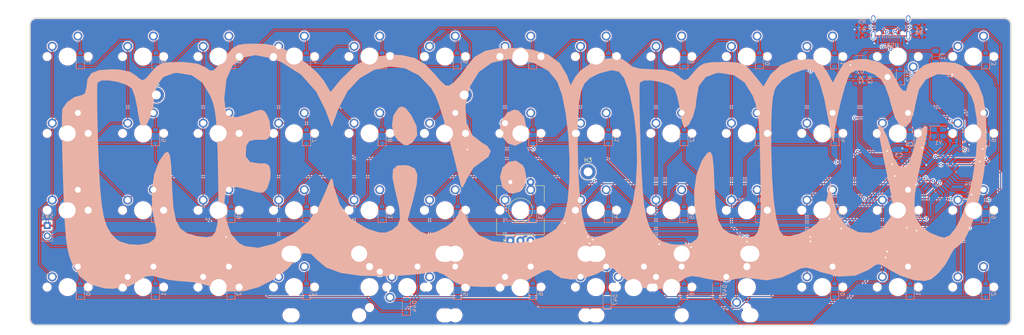
<source format=kicad_pcb>
(kicad_pcb (version 20211014) (generator pcbnew)
  (layers (0 "F.Cu" signal) (31 "B.Cu" signal) (34 "B.Paste" user) (35 "F.Paste" user) (36 "B.SilkS" user "B.Silkscreen") (37 "F.SilkS" user "F.Silkscreen") (38 "B.Mask" user) (39 "F.Mask" user) (44 "Edge.Cuts" user))
  (net 0 "")
  (net 1 "GND")
  (net 2 "Net-(C1-Pad2)")
  (net 3 "Net-(C3-Pad1)")
  (net 4 "+5V")
  (net 5 "row0")
  (net 6 "Net-(D1-Pad2)")
  (net 7 "Net-(D2-Pad2)")
  (net 8 "Net-(D3-Pad2)")
  (net 9 "Net-(D4-Pad2)")
  (net 10 "Net-(D5-Pad2)")
  (net 11 "Net-(D6-Pad2)")
  (net 12 "Net-(D7-Pad2)")
  (net 13 "Net-(D8-Pad2)")
  (net 14 "Net-(D9-Pad2)")
  (net 15 "Net-(D10-Pad2)")
  (net 16 "Net-(D11-Pad2)")
  (net 17 "Net-(D12-Pad2)")
  (net 18 "Net-(D13-Pad2)")
  (net 19 "row1")
  (net 20 "Net-(D14-Pad2)")
  (net 21 "Net-(D15-Pad2)")
  (net 22 "Net-(D16-Pad2)")
  (net 23 "Net-(D17-Pad2)")
  (net 24 "Net-(D18-Pad2)")
  (net 25 "Net-(D19-Pad2)")
  (net 26 "Net-(D20-Pad2)")
  (net 27 "Net-(D21-Pad2)")
  (net 28 "Net-(D22-Pad2)")
  (net 29 "Net-(D23-Pad2)")
  (net 30 "Net-(D24-Pad2)")
  (net 31 "Net-(D25-Pad2)")
  (net 32 "Net-(D26-Pad2)")
  (net 33 "row2")
  (net 34 "Net-(D27-Pad2)")
  (net 35 "Net-(D28-Pad2)")
  (net 36 "Net-(D29-Pad2)")
  (net 37 "Net-(D30-Pad2)")
  (net 38 "Net-(D31-Pad2)")
  (net 39 "Net-(D32-Pad2)")
  (net 40 "Net-(D33-Pad2)")
  (net 41 "Net-(D34-Pad2)")
  (net 42 "Net-(D35-Pad2)")
  (net 43 "Net-(D36-Pad2)")
  (net 44 "Net-(D37-Pad2)")
  (net 45 "Net-(D38-Pad2)")
  (net 46 "Net-(D39-Pad2)")
  (net 47 "row3")
  (net 48 "Net-(D40-Pad2)")
  (net 49 "Net-(D41-Pad2)")
  (net 50 "Net-(D42-Pad2)")
  (net 51 "Net-(D43-Pad2)")
  (net 52 "Net-(D44-Pad2)")
  (net 53 "Net-(D45-Pad2)")
  (net 54 "Net-(D46-Pad2)")
  (net 55 "Net-(D47-Pad2)")
  (net 56 "Net-(D48-Pad2)")
  (net 57 "Net-(D49-Pad2)")
  (net 58 "Net-(D50-Pad2)")
  (net 59 "Net-(D51-Pad2)")
  (net 60 "Net-(D52-Pad2)")
  (net 61 "VCC")
  (net 62 "col0")
  (net 63 "col1")
  (net 64 "col2")
  (net 65 "col3")
  (net 66 "col4")
  (net 67 "col5")
  (net 68 "col6")
  (net 69 "col7")
  (net 70 "col8")
  (net 71 "col9")
  (net 72 "col10")
  (net 73 "col11")
  (net 74 "col12")
  (net 75 "Net-(R1-Pad2)")
  (net 76 "DP+")
  (net 77 "D+")
  (net 78 "DP-")
  (net 79 "D-")
  (net 80 "Net-(R4-Pad2)")
  (net 81 "Net-(R5-Pad1)")
  (net 82 "Net-(R6-Pad1)")
  (net 83 "Net-(C2-Pad1)")
  (net 84 "Net-(C4-Pad2)")
  (net 86 "encb")
  (net 89 "enca")
  (footprint "MX_Only:MXOnly-1U-NoLED" (layer "F.Cu") (at 112.08 38.1)
    (fp_text reference "MX5")
    (fp_text value "MX-NoLED")
  )
  (footprint "MX_Only:MXOnly-1U-NoLED" (layer "F.Cu") (at 37.36 38.1)
    (fp_text reference "MX1")
    (fp_text value "MX-NoLED")
  )
  (footprint "MX_Only:MXOnly-1U-NoLED" (layer "F.Cu") (at 186.8 76.2)
    (fp_text reference "MX35")
    (fp_text value "MX-NoLED")
  )
  (footprint "MX_Only:MXOnly-1U-NoLED" (layer "F.Cu") (at 168.12 95.25)
    (fp_text reference "MX47")
    (fp_text value "MX-NoLED")
  )
  (footprint "keebio:RotaryEncoder_EC11-no-legs" (layer "F.Cu") (at 149.44 76.2 90)
    (fp_text reference "SW2")
    (fp_text value "RotaryEncoder_Switch")
  )
  (footprint "MX_Only:MXOnly-1U-NoLED" (layer "F.Cu") (at 74.72 95.25)
    (fp_text reference "MX42")
    (fp_text value "MX-NoLED")
  )
  (footprint "MX_Only:MXOnly-3U-ReversedStabilizers-NoLED" (layer "F.Cu") (at 149.44 95.25)
    (fp_text reference "MX56")
    (fp_text value "MX-NoLED")
  )
  (footprint "MX_Only:MXOnly-1.25U-NoLED" (layer "F.Cu") (at 37.36 95.25)
    (fp_text reference "MX40")
    (fp_text value "MX-NoLED")
  )
  (footprint "MX_Only:MXOnly-3U-ReversedStabilizers-NoLED" (layer "F.Cu") (at 186.8 95.25)
    (fp_text reference "MX58")
    (fp_text value "MX-NoLED")
  )
  (footprint "MX_Only:MXOnly-1U-NoLED" (layer "F.Cu") (at 205.48 76.2)
    (fp_text reference "MX36")
    (fp_text value "MX-NoLED")
  )
  (footprint "MX_Only:MXOnly-1U-NoLED" (layer "F.Cu") (at 74.72 76.2)
    (fp_text reference "MX29")
    (fp_text value "MX-NoLED")
  )
  (footprint "MX_Only:MXOnly-1U-NoLED" (layer "F.Cu") (at 56.04 57.15)
    (fp_text reference "MX15")
    (fp_text value "MX-NoLED")
  )
  (footprint "MX_Only:MXOnly-1U-NoLED" (layer "F.Cu") (at 186.8 57.15)
    (fp_text reference "MX22")
    (fp_text value "MX-NoLED")
  )
  (footprint "MX_Only:MXOnly-7U-ReversedStabilizers-NoLED" (layer "F.Cu") (at 149.44 95.25)
    (fp_text reference "MX55")
    (fp_text value "MX-NoLED")
  )
  (footprint "MX_Only:MXOnly-1U-NoLED" (layer "F.Cu") (at 224.16 38.1)
    (fp_text reference "MX11")
    (fp_text value "MX-NoLED")
  )
  (footprint "MountingHole:MountingHole_2.2mm_M2_DIN965_Pad" (layer "F.Cu") (at 59.321 47.625)
    (fp_text reference "H1")
    (fp_text value "MountingHole")
  )
  (footprint "MX_Only:MXOnly-1U-NoLED" (layer "F.Cu") (at 149.44 38.1)
    (fp_text reference "MX7")
    (fp_text value "MX-NoLED")
  )
  (footprint "MX_Only:MXOnly-1U-NoLED" (layer "F.Cu") (at 186.8 95.25)
    (fp_text reference "MX48")
    (fp_text value "MX-NoLED")
  )
  (footprint "MX_Only:MXOnly-1U-NoLED" (layer "F.Cu") (at 130.76 38.1)
    (fp_text reference "MX6")
    (fp_text value "MX-NoLED")
  )
  (footprint "MX_Only:MXOnly-1U-NoLED" (layer "F.Cu") (at 112.08 95.25 -90)
    (fp_text reference "MX44")
    (fp_text value "MX-NoLED")
  )
  (footprint "MX_Only:MXOnly-1.75U-NoLED" (layer "F.Cu") (at 37.36 76.2)
    (fp_text reference "MX27")
    (fp_text value "MX-NoLED")
  )
  (footprint "MX_Only:MXOnly-1U-NoLED" (layer "F.Cu") (at 56.04 38.1)
    (fp_text reference "MX2")
    (fp_text value "MX-NoLED")
  )
  (footprint "MX_Only:MXOnly-1U-NoLED" (layer "F.Cu") (at 130.76 57.15)
    (fp_text reference "MX19")
    (fp_text value "MX-NoLED")
  )
  (footprint "MX_Only:MXOnly-2U-ReversedStabilizers-NoLED" (layer "F.Cu") (at 121.42 95.244)
    (fp_text reference "MX53")
    (fp_text value "MX-NoLED")
  )
  (footprint "MX_Only:MXOnly-1U-NoLED" (layer "F.Cu") (at 149.44 95.25)
    (fp_text reference "MX46")
    (fp_text value "MX-NoLED")
  )
  (footprint "MX_Only:MXOnly-1U-NoLED" (layer "F.Cu") (at 261.52 95.25)
    (fp_text reference "MX52")
    (fp_text value "MX-NoLED")
  )
  (footprint "MX_Only:MXOnly-1U-NoLED" (layer "F.Cu") (at 205.48 95.25 90)
    (fp_text reference "MX49")
    (fp_text value "MX-NoLED")
  )
  (footprint "MX_Only:MXOnly-1U-NoLED" (layer "F.Cu") (at 224.16 57.15)
    (fp_text reference "MX24")
    (fp_text value "MX-NoLED")
  )
  (footprint "MX_Only:MXOnly-1U-NoLED" (layer "F.Cu") (at 130.76 76.2)
    (fp_text reference "MX32")
    (fp_text value "MX-NoLED")
  )
  (footprint "MX_Only:MXOnly-1U-NoLED" (layer "F.Cu") (at 261.52 76.2)
    (fp_text reference "MX39")
    (fp_text value "MX-NoLED")
  )
  (footprint "MX_Only:MXOnly-1U-NoLED" (layer "F.Cu") (at 168.12 57.15)
    (fp_text reference "MX21")
    (fp_text value "MX-NoLED")
  )
  (footprint "MX_Only:MXOnly-1U-NoLED" (layer "F.Cu") (at 242.84 38.1 180)
    (fp_text reference "MX12")
    (fp_text value "MX-NoLED")
  )
  (footprint "MX_Only:MXOnly-1U-NoLED" (layer "F.Cu") (at 149.44 76.2)
    (fp_text reference "MX33")
    (fp_text value "MX-NoLED")
  )
  (footprint "MX_Only:MXOnly-2U-ReversedStabilizers-NoLED" (layer "F.Cu") (at 177.46 95.244)
    (fp_text reference "MX57")
    (fp_text value "MX-NoLED")
  )
  (footprint "MX_Only:MXOnly-1U-NoLED" (layer "F.Cu") (at 205.48 57.15)
    (fp_text reference "MX23")
    (fp_text value "MX-NoLED")
  )
  (footprint "MountingHole:MountingHole_2.2mm_M2_DIN965_Pad" (layer "F.Cu") (at 135.521 47.625)
    (fp_text reference "H2")
    (fp_text value "MountingHole")
  )
  (footprint "MX_Only:MXOnly-1U-NoLED" (layer "F.Cu") (at 93.4 57.15)
    (fp_text reference "MX17")
    (fp_text value "MX-NoLED")
  )
  (footprint "MX_Only:MXOnly-1U-NoLED" (layer "F.Cu") (at 93.4 76.2)
    (fp_text reference "MX30")
    (fp_text value "MX-NoLED")
  )
  (footprint "MX_Only:MXOnly-1U-NoLED" (layer "F.Cu") (at 56.04 95.25)
    (fp_text reference "MX41")
    (fp_text value "MX-NoLED")
  )
  (footprint "MX_Only:MXOnly-1U-NoLED" (layer "F.Cu") (at 186.8 38.1)
    (fp_text reference "MX9")
    (fp_text value "MX-NoLED")
  )
  (footprint "MX_Only:MXOnly-1U-NoLED" (layer "F.Cu") (at 242.84 95.25)
    (fp_text reference "MX51")
    (fp_text value "MX-NoLED")
  )
  (footprint "MountingHole:MountingHole_2.2mm_M2_DIN965_Pad" (layer "F.Cu") (at 166.171 66.675)
    (fp_text reference "H3")
    (fp_text value "MountingHole")
  )
  (footprint "MX_Only:MXOnly-1U-NoLED" (layer "F.Cu") (at 205.48 38.1)
    (fp_text reference "MX10")
    (fp_text value "MX-NoLED")
  )
  (footprint "MX_Only:MXOnly-1U-NoLED" (layer "F.Cu") (at 168.12 38.1)
    (fp_text reference "MX8")
    (fp_text value "MX-NoLED")
  )
  (footprint "MX_Only:MXOnly-1U-NoLED" (layer "F.Cu") (at 74.72 38.1)
    (fp_text reference "MX3")
    (fp_text value "MX-NoLED")
  )
  (footprint "MX_Only:MXOnly-1U-NoLED" (layer "F.Cu") (at 149.44 57.15)
    (fp_text reference "MX20")
    (fp_text value "MX-NoLED")
  )
  (footprint "MX_Only:MXOnly-1U-NoLED" (layer "F.Cu") (at 112.08 76.2)
    (fp_text reference "MX31")
    (fp_text value "MX-NoLED")
  )
  (footprint "MX_Only:MXOnly-1U-NoLED" (layer "F.Cu") (at 112.08 57.15)
    (fp_text reference "MX18")
    (fp_text value "MX-NoLED")
  )
  (footprint "MX_Only:MXOnly-1U-NoLED" (layer "F.Cu") (at 93.4 38.1)
    (fp_text reference "MX4")
    (fp_text value "MX-NoLED")
  )
  (footprint "MX_Only:MXOnly-3U-ReversedStabilizers-NoLED" (layer "F.Cu") (at 112.08 95.25)
    (fp_text reference "MX54")
    (fp_text value "MX-NoLED")
  )
  (footprint "MX_Only:MXOnly-1U-NoLED" (layer "F.Cu") (at 56.04 76.2)
    (fp_text reference "MX28")
    (fp_text value "MX-NoLED")
  )
  (footprint "MX_Only:MXOnly-1U-NoLED" (layer "F.Cu") (at 242.84 76.2)
    (fp_text reference "MX38")
    (fp_text value "MX-NoLED")
  )
  (footprint "MX_Only:MXOnly-1U-NoLED" (layer "F.Cu") (at 261.52 57.15)
    (fp_text reference "MX26")
    (fp_text value "MX-NoLED")
  )
  (footprint "MX_Only:MXOnly-1U-NoLED" (layer "F.Cu") (at 242.84 57.15)
    (fp_text reference "MX25")
    (fp_text value "MX-NoLED")
  )
  (footprint "MX_Only:MXOnly-1U-NoLED" (layer "F.Cu") (at 74.72 57.15)
    (fp_text reference "MX16")
    (fp_text value "MX-NoLED")
  )
  (footprint "MX_Only:MXOnly-1U-NoLED" (layer "F.Cu") (at 168.12 76.2)
    (fp_text reference "MX34")
    (fp_text value "MX-NoLED")
  )
  (footprint "MX_Only:MXOnly-1U-NoLED" (layer "F.Cu") (at 130.76 95.25)
    (fp_text reference "MX45")
    (fp_text value "MX-NoLED")
  )
  (footprint "MX_Only:MXOnly-1U-NoLED" (layer "F.Cu") (at 224.16 76.2)
    (fp_text reference "MX37")
    (fp_text value "MX-NoLED")
  )
  (footprint "MX_Only:MXOnly-1.25U-NoLED" (layer "F.Cu") (at 37.36 57.15)
    (fp_text reference "MX14")
    (fp_text value "MX-NoLED")
  )
  (footprint "MX_Only:MXOnly-1U-NoLED" (layer "F.Cu") (at 261.52 38.1)
    (fp_text reference "MX13")
    (fp_text value "MX-NoLED")
  )
  (footprint "MX_Only:MXOnly-1U-NoLED" (layer "F.Cu") (at 93.4 95.25)
    (fp_text reference "MX43")
    (fp_text value "MX-NoLED")
  )
  (footprint "MX_Only:MXOnly-1U-NoLED" (layer "F.Cu") (at 224.16 95.25)
    (fp_text reference "MX50")
    (fp_text value "MX-NoLED")
  )
  (footprint "Diode_SMD:D_SOD-123" (layer "B.Cu") (at 77.8 57.9401 90)
    (fp_text reference "D16")
    (fp_text value "D_Small")
  )
  (footprint "Diode_SMD:D_SOD-123" (layer "B.Cu") (at 152.5 76.9889 90)
    (fp_text reference "D33")
    (fp_text value "D_Small")
  )
  (footprint "Diode_SMD:D_SOD-123" (layer "B.Cu") (at 59.1 76.9889 90)
    (fp_text reference "D28")
    (fp_text value "D_Small")
  )
  (footprint "Diode_SMD:D_SOD-123" (layer "B.Cu") (at 189.9 57.9401 90)
    (fp_text reference "D22")
    (fp_text value "D_Small")
  )
  (footprint "Diode_SMD:D_SOD-123" (layer "B.Cu") (at 152.5 38.8913 90)
    (fp_text reference "D7")
    (fp_text value "D_Small")
  )
  (footprint "Capacitor_SMD:C_0603_1608Metric" (layer "B.Cu") (at 256.6 58.9 180)
    (fp_text reference "C4")
    (fp_text value "22pF")
  )
  (footprint "rainfootprints:minibaen" (layer "B.Cu") (at 149.45 66.65 180)
    (fp_text reference "G***" hide)
    (fp_text value "LOGO" hide)
  )
  (footprint "Diode_SMD:D_SOD-123" (layer "B.Cu") (at 40.5 76.9889 90)
    (fp_text reference "D27")
    (fp_text value "D_Small")
  )
  (footprint "Diode_SMD:D_SOD-123" (layer "B.Cu") (at 40.5 96.0377 90)
    (fp_text reference "D40")
    (fp_text value "D_Small")
  )
  (footprint "Diode_SMD:D_SOD-123" (layer "B.Cu") (at 40.5 57.9401 90)
    (fp_text reference "D14")
    (fp_text value "D_Small")
  )
  (footprint "Package_TO_SOT_SMD:SOT-143" (layer "B.Cu") (at 233.5 39.4)
    (fp_text reference "U2")
    (fp_text value "PRTR5V0U2X")
  )
  (footprint "Diode_SMD:D_SOD-123" (layer "B.Cu") (at 264.6 76.9889 90)
    (fp_text reference "D39")
    (fp_text value "D_Small")
  )
  (footprint "Resistor_SMD:R_0603_1608Metric" (layer "B.Cu") (at 234 32.8 180)
    (fp_text reference "R7")
    (fp_text value "1M")
  )
  (footprint "Diode_SMD:D_SOD-123" (layer "B.Cu") (at 198 96.0377 90)
    (fp_text reference "D49")
    (fp_text value "D_Small")
  )
  (footprint "Resistor_SMD:R_0603_1608Metric" (layer "B.Cu") (at 260.3 71.2 180)
    (fp_text reference "R4")
    (fp_text value "10k")
  )
  (footprint "Capacitor_SMD:C_0603_1608Metric" (layer "B.Cu") (at 248.9 59.5 180)
    (fp_text reference "C6")
    (fp_text value "0.1uF")
  )
  (footprint "Diode_SMD:D_SOD-123" (layer "B.Cu") (at 208.6 76.9889 90)
    (fp_text reference "D36")
    (fp_text value "D_Small")
  )
  (footprint "Diode_SMD:D_SOD-123" (layer "B.Cu") (at 208.6 57.9401 90)
    (fp_text reference "D23")
    (fp_text value "D_Small")
  )
  (footprint "Diode_SMD:D_SOD-123" (layer "B.Cu") (at 115.2 38.8913 90)
    (fp_text reference "D5")
    (fp_text value "D_Small")
  )
  (footprint "Type-C:HRO-TYPE-C-31-M-12" (layer "B.Cu") (at 241.118 26.0775)
    (fp_text reference "USB1")
    (fp_text value "HRO-TYPE-C-31-M-12")
  )
  (footprint "Diode_SMD:D_SOD-123" (layer "B.Cu") (at 133.8 38.8913 90)
    (fp_text reference "D6")
    (fp_text value "D_Small")
  )
  (footprint "Diode_SMD:D_SOD-123" (layer "B.Cu") (at 115.2 57.9401 90)
    (fp_text reference "D18")
    (fp_text value "D_Small")
  )
  (footprint "Diode_SMD:D_SOD-123" (layer "B.Cu") (at 208.6 38.8913 90)
    (fp_text reference "D10")
    (fp_text value "D_Small")
  )
  (footprint "Crystal:Crystal_SMD_3225-4Pin_3.2x2.5mm" (layer "B.Cu") (at 252.9 57)
    (fp_text reference "Y1")
    (fp_text value "Crystal_GND24_Small")
  )
  (footprint "Diode_SMD:D_SOD-123" (layer "B.Cu") (at 77.8 38.8913 90)
    (fp_text reference "D3")
    (fp_text value "D_Small")
  )
  (footprint "Diode_SMD:D_SOD-123" (layer "B.Cu") (at 77.8 76.9889 90)
    (fp_text reference "D29")
    (fp_text value "D_Small")
  )
  (footprint "Resistor_SMD:R_0603_1608Metric" (layer "B.Cu") (at 234.6 43.9 90)
    (fp_text reference "R3")
    (fp_text value "22")
  )
  (footprint "Diode_SMD:D_SOD-123" (layer "B.Cu") (at 245.9 57.9401 90)
    (fp_text reference "D25")
    (fp_text value "D_Small")
  )
  (footprint "Diode_SMD:D_SOD-123" (layer "B.Cu") (at 59.2 38.8913 90)
    (fp_text reference "D2")
    (fp_text value "D_Small")
  )
  (footprint "Diode_SMD:D_SOD-123" (layer "B.Cu") (at 96.5 76.9889 90)
    (fp_text reference "D30")
    (fp_text value "D_Small")
  )
  (footprint "Package_QFP:TQFP-32_7x7mm_P0.8mm" (layer "B.Cu") (at 252.2 66.675 -135)
    (fp_text reference "U1")
    (fp_text value "ATmega32U2-A")
  )
  (footprint "Diode_SMD:D_SOD-123" (layer "B.Cu") (at 189.9 38.8913 90)
    (fp_text reference "D9")
    (fp_text value "D_Small")
  )
  (footprint "Capacitor_SMD:C_0603_1608Metric" (layer "B.Cu") (at 243.1 64 180)
    (fp_text reference "C3")
    (fp_text value "1uF")
  )
  (footprint "Diode_SMD:D_SOD-123" (layer "B.Cu") (at 96.5 96.0377 90)
    (fp_text reference "D43")
    (fp_text value "D_Small")
  )
  (footprint "Diode_SMD:D_SOD-123" (layer "B.Cu") (at 227.3 57.9401 90)
    (fp_text reference "D24")
    (fp_text value "D_Small")
  )
  (footprint "Resistor_SMD:R_0603_1608Metric" (layer "B.Cu") (at 232.4 43.9 90)
    (fp_text reference "R2")
    (fp_text value "22")
  )
  (footprint "Diode_SMD:D_SOD-123" (layer "B.Cu") (at 59.1 57.9401 90)
    (fp_text reference "D15")
    (fp_text value "D_Small")
  )
  (footprint "Diode_SMD:D_SOD-123" (layer "B.Cu") (at 189.9 76.9889 90)
    (fp_text reference "D35")
    (fp_text value "D_Small")
  )
  (footprint "Connector_PinHeader_2.54mm:PinHeader_1x02_P2.54mm_Vertical" (layer "B.Cu") (at 32.3 80 180)
    (fp_text reference "SW1")
    (fp_text value "SW_Push")
  )
  (footprint "Diode_SMD:D_SOD-123" (layer "B.Cu") (at 264.6 96.0377 90)
    (fp_text reference "D52")
    (fp_text value "D_Small")
  )
  (footprint "Diode_SMD:D_SOD-123" (layer "B.Cu") (at 115.2 76.9889 90)
    (fp_text reference "D31")
    (fp_text value "D_Small")
  )
  (footprint "Diode_SMD:D_SOD-123" (layer "B.Cu") (at 189.9 96.0377 90)
    (fp_text reference "D48")
    (fp_text value "D_Small")
  )
  (footprint "Diode_SMD:D_SOD-123" (layer "B.Cu") (at 133.9 96.0377 90)
    (fp_text reference "D45")
    (fp_text value "D_Small")
  )
  (footprint "Diode_SMD:D_SOD-123" (layer "B.Cu") (at 96.5 57.9401 90)
    (fp_text reference "D17")
    (fp_text value "D_Small")
  )
  (footprint "Diode_SMD:D_SOD-123" (layer "B.Cu") (at 227.3 76.9889 90)
    (fp_text reference "D37")
    (fp_text value "D_Small")
  )
  (footprint "Resistor_SMD:R_0603_1608Metric" (layer "B.Cu") (at 242.9 68.9)
    (fp_text reference "R1")
    (fp_text value "10k")
  )
  (footprint "Diode_SMD:D_SOD-123" (layer "B.Cu") (at 152.5 96.0377 90)
    (fp_text reference "D46")
    (fp_text value "D_Small")
  )
  (footprint "Diode_SMD:D_SOD-123" (layer "B.Cu") (at 133.9 76.9889 90)
    (fp_text reference "D32")
    (fp_text value "D_Small")
  )
  (footprint "Diode_SMD:D_SOD-123" (layer "B.Cu") (at 171.2 76.9889 90)
    (fp_text reference "D34")
    (fp_text value "D_Small")
  )
  (footprint "Diode_SMD:D_SOD-123" (layer "B.Cu") (at 133.8 57.9401 90)
    (fp_text reference "D19")
    (fp_text value "D_Small")
  )
  (footprint "Diode_SMD:D_SOD-123" (layer "B.Cu") (at 170.9 98.4188 90)
    (fp_text reference "D47")
    (fp_text value "D_Small")
  )
  (footprint "Fuse:Fuse_1206_3216Metric" (layer "B.Cu") (at 252.2 38.1 90)
    (fp_text reference "F1")
    (fp_text value "500mA")
  )
  (footprint "Diode_SMD:D_SOD-123" (layer "B.Cu") (at 77.8 96.0377 90)
    (fp_text reference "D42")
    (fp_text value "D_Small")
  )
  (footprint "Resistor_SMD:R_0603_1608Metric" (layer "B.Cu") (at 234 30.8 180)
    (fp_text reference "R5")
    (fp_text value "5k1")
  )
  (footprint "Capacitor_SMD:C_0603_1608Metric" (layer "B.Cu") (at 245.8 61.3 180)
    (fp_text reference "C5")
    (fp_text value "0.1uF")
  )
  (footprint "Resistor_SMD:R_0603_1608Metric" (layer "B.Cu") (at 248.1 30.8)
    (fp_text reference "R6")
    (fp_text value "5k1")
  )
  (footprint "Diode_SMD:D_SOD-123" (layer "B.Cu") (at 171.2 57.9401 90)
    (fp_text reference "D21")
    (fp_text value "D_Small")
  )
  (footprint "Diode_SMD:D_SOD-123" (layer "B.Cu") (at 227.2 38.8913 90)
    (fp_text reference "D11")
    (fp_text value "D_Small")
  )
  (footprint "Diode_SMD:D_SOD-123" (layer "B.Cu") (at 121.2 100.0062 90)
    (fp_text reference "D44")
    (fp_text value "D_Small")
  )
  (footprint "Diode_SMD:D_SOD-123" (layer "B.Cu") (at 246 76.9889 90)
    (fp_text reference "D38")
    (fp_text value "D_Small")
  )
  (footprint "Diode_SMD:D_SOD-123" (layer "B.Cu") (at 243.5 42.8598 90)
    (fp_text reference "D12")
    (fp_text value "D_Small")
  )
  (footprint "Diode_SMD:D_SOD-123" (layer "B.Cu") (at 40.5 38.8913 90)
    (fp_text reference "D1")
    (fp_text value "D_Small")
  )
  (footprint "Diode_SMD:D_SOD-123" (layer "B.Cu") (at 227.2 96.0377 90)
    (fp_text reference "D50")
    (fp_text value "D_Small")
  )
  (footprint "Diode_SMD:D_SOD-123" (layer "B.Cu") (at 171.2 38.8913 90)
    (fp_text reference "D8")
    (fp_text value "D_Small")
  )
  (footprint "Capacitor_SMD:C_0603_1608Metric" (layer "B.Cu") (at 258.8 60.5 45)
    (fp_text reference "C7")
    (fp_text value "10uF")
  )
  (footprint "Diode_SMD:D_SOD-123" (layer "B.Cu") (at 152.5 57.9401 90)
    (fp_text reference "D20")
    (fp_text value "D_Small")
  )
  (footprint "Diode_SMD:D_SOD-123" (layer "B.Cu") (at 59.1 96.0377 90)
    (fp_text reference "D41")
    (fp_text value "D_Small")
  )
  (footprint "Capacitor_SMD:C_0603_1608Metric" (layer "B.Cu") (at 248.1 32.8 180)
    (fp_text reference "C1")
    (fp_text value "4.7n")
  )
  (footprint "Diode_SMD:D_SOD-123" (layer "B.Cu") (at 264.6 38.8913 90)
    (fp_text reference "D13")
    (fp_text value "D_Small")
  )
  (footprint "Diode_SMD:D_SOD-123" (layer "B.Cu") (at 264.6 57.9401 90)
    (fp_text reference "D26")
    (fp_text value "D_Small")
  )
  (footprint "Capacitor_SMD:C_0603_1608Metric" (layer "B.Cu") (at 249.8 56.6 -90)
    (fp_text reference "C2")
    (fp_text value "22pF")
  )
  (footprint "Diode_SMD:D_SOD-123" (layer "B.Cu") (at 245.9 96.0377 90)
    (fp_text reference "D51")
    (fp_text value "D_Small")
  )
  (footprint "Diode_SMD:D_SOD-123" (layer "B.Cu") (at 96.5 38.8913 90)
    (fp_text reference "D4")
    (fp_text value "D_Small")
  )
  (gr_arc (start 29.5835 104.775032) (mid 28.460968 104.310064) (end 27.996 103.187532) (layer "Edge.Cuts") (width 0.2))
  (gr_line (start 29.5835 28.575032) (end 269.296 28.575032) (layer "Edge.Cuts") (width 0.2))
  (gr_arc (start 270.8835 103.187532) (mid 270.418532 104.310064) (end 269.296 104.775032) (layer "Edge.Cuts") (width 0.2))
  (gr_arc (start 269.296 28.575032) (mid 270.418532 29.04) (end 270.8835 30.162532) (layer "Edge.Cuts") (width 0.2))
  (gr_arc (start 27.996 30.162532) (mid 28.460968 29.04) (end 29.5835 28.575032) (layer "Edge.Cuts") (width 0.2))
  (gr_line (start 27.996 103.187532) (end 27.996 30.162532) (layer "Edge.Cuts") (width 0.2))
  (gr_line (start 270.8835 30.162532) (end 270.8835 103.187532) (layer "Edge.Cuts") (width 0.2))
  (gr_line (start 269.296 104.775032) (end 29.5835 104.775032) (layer "Edge.Cuts") (width 0.2))
  (via (at 241.4263 64.765) (size 0.8) (drill 0.4) (layers "F.Cu" "B.Cu") (net 1))
  (via (at 249.9311 31.3684) (size 0.8) (drill 0.4) (layers "F.Cu" "B.Cu") (net 1))
  (via (at 244.6845 59.103) (size 0.8) (drill 0.4) (layers "F.Cu" "B.Cu") (net 1))
  (via (at 231.1 40.2) (size 0.8) (drill 0.4) (layers "F.Cu" "B.Cu") (net 1))
  (via (at 243.9719 60.8737) (size 0.8) (drill 0.4) (layers "F.Cu" "B.Cu") (net 1))
  (via (at 249.9176 64.9582) (size 0.8) (drill 0.4) (layers "F.Cu" "B.Cu") (net 1))
  (via (at 260.5141 59.952) (size 0.8) (drill 0.4) (layers "F.Cu" "B.Cu") (net 1))
  (via (at 261.125 72.3221) (size 0.8) (drill 0.4) (layers "F.Cu" "B.Cu") (net 1))
  (via (at 255.3136 55.8765) (size 0.8) (drill 0.4) (layers "F.Cu" "B.Cu") (net 1))
  (via (at 237.0396 34.8228) (size 0.8) (drill 0.4) (layers "F.Cu" "B.Cu") (net 1))
  (via (at 32.3 78.9181) (size 0.8) (drill 0.4) (layers "F.Cu" "B.Cu") (net 1))
  (via (at 232.1458 31.3684) (size 0.8) (drill 0.4) (layers "F.Cu" "B.Cu") (net 1))
  (via (at 245.1964 34.8228) (size 0.8) (drill 0.4) (layers "F.Cu" "B.Cu") (net 1))
  (segment (start 254 56.15) (end 254.2 55.9505) (width 0.25) (layer "B.Cu") (net 1))
  (segment (start 250.566 57.85) (end 251.8 57.85) (width 0.25) (layer "B.Cu") (net 1))
  (segment (start 249.9176 64.9582) (end 248.912 63.9526) (width 0.25) (layer "B.Cu") (net 1))
  (segment (start 257.64 56.4395) (end 257.64 58.6355) (width 0.25) (layer "B.Cu") (net 1))
  (segment (start 248.912 63.9526) (end 248.912 63.912) (width 0.25) (layer "B.Cu") (net 1))
  (segment (start 254 56.15) (end 252.9 55.0505) (width 0.25) (layer "B.Cu") (net 1))
  (segment (start 233.175 31.3684) (end 233.175 30.8) (width 0.25) (layer "B.Cu") (net 1))
  (segment (start 252.9 55.0505) (end 249.315 55.0505) (width 0.25) (layer "B.Cu") (net 1))
  (segment (start 254.2 55.9505) (end 255.2396 55.9505) (width 0.25) (layer "B.Cu") (net 1))
  (segment (start 261.125 72.3221) (end 261.125 71.2) (width 0.25) (layer "B.Cu") (net 1))
  (segment (start 245.008 58.7795) (end 247.4045 58.7795) (width 0.25) (layer "B.Cu") (net 1))
  (segment (start 255.2396 55.9505) (end 257.15 55.9505) (width 0.25) (layer "B.Cu") (net 1))
  (segment (start 249.4934 31.3684) (end 248.925 30.8) (width 0.25) (layer "B.Cu") (net 1))
  (segment (start 249.9453 57.2297) (end 249.9453 57.2296) (width 0.25) (layer "B.Cu") (net 1))
  (segment (start 244.6845 59.103) (end 245.008 58.7795) (width 0.25) (layer "B.Cu") (net 1))
  (segment (start 242.325 64) (end 242.4 64) (width 0.25) (layer "B.Cu") (net 1))
  (segment (start 233.175 32.8) (end 233.175 31.3684) (width 0.25) (layer "B.Cu") (net 1))
  (segment (start 32.3 77.9) (end 32.3 78.9181) (width 0.25) (layer "B.Cu") (net 1))
  (segment (start 32.3 80) (end 32.3 78.9181) (width 0.25) (layer "B.Cu") (net 1))
  (segment (start 248.912 63.912) (end 248 63) (width 0.25) (layer "B.Cu") (net 1))
  (segment (start 249 55.3653) (end 249 56.2847) (width 0.25) (layer "B.Cu") (net 1))
  (segment (start 232.4 40.17) (end 231.13 40.17) (width 0.25) (layer "B.Cu") (net 1))
  (segment (start 243.9719 60.8737) (end 244.5987 60.8737) (width 0.25) (layer "B.Cu") (net 1))
  (segment (start 243.3 63.1) (end 243.7 63.1) (width 0.25) (layer "B.Cu") (net 1))
  (segment (start 259.348 59.952) (end 260.5141 59.952) (width 0.25) (layer "B.Cu") (net 1))
  (segment (start 237.0396 34.8228) (end 237.893 34.8228) (width 0.25) (layer "B.Cu") (net 1))
  (segment (start 249 56.2847) (end 249.9453 57.2296) (width 0.25) (layer "B.Cu") (net 1))
  (segment (start 244.5987 60.8737) (end 245.025 61.3) (width 0.25) (layer "B.Cu") (net 1))
  (segment (start 257.375 59.8029) (end 254.357 62.8213) (width 0.25) (layer "B.Cu") (net 1))
  (segment (start 249.315 55.0505) (end 249 55.3653) (width 0.25) (layer "B.Cu") (net 1))
  (segment (start 249.8 57.375) (end 249.9453 57.2297) (width 0.25) (layer "B.Cu") (net 1))
  (segment (start 255.3136 55.8765) (end 255.2396 55.9505) (width 0.25) (layer "B.Cu") (net 1))
  (segment (start 257.375 58.9) (end 257.375 59.8029) (width 0.25) (layer "B.Cu") (net 1))
  (segment (start 257.15 55.9505) (end 257.64 56.4395) (width 0.25) (layer "B.Cu") (net 1))
  (segment (start 249.9311 31.3684) (end 249.4934 31.3684) (width 0.25) (layer "B.Cu") (net 1))
  (segment (start 232.1458 31.3684) (end 233.175 31.3684) (width 0.25) (layer "B.Cu") (net 1))
  (segment (start 244.343 33.7725) (end 244.343 34.8228) (width 0.25) (layer "B.Cu") (net 1))
  (segment (start 237.893 33.7725) (end 237.893 34.8228) (width 0.25) (layer "B.Cu") (net 1))
  (segment (start 257.64 58.6355) (end 257.375 58.9) (width 0.25) (layer "B.Cu") (net 1))
  (segment (start 248.925 30.8) (end 248.875 30.85) (width 0.25) (layer "B.Cu") (net 1))
  (segment (start 249.9453 57.2296) (end 250.566 57.85) (width 0.25) (layer "B.Cu") (net 1))
  (segment (start 242.4 64) (end 243.3 63.1) (width 0.25) (layer "B.Cu") (net 1))
  (segment (start 245.1964 34.8228) (end 244.343 34.8228) (width 0.25) (layer "B.Cu") (net 1))
  (segment (start 231.13 40.17) (end 231.1 40.2) (width 0.25) (layer "B.Cu") (net 1))
  (segment (start 241.56 64.765) (end 242.325 64) (width 0.25) (layer "B.Cu") (net 1))
  (segment (start 247.4045 58.7795) (end 248.125 59.5) (width 0.25) (layer "B.Cu") (net 1))
  (segment (start 248.875 30.85) (end 248.875 32.8) (width 0.25) (layer "B.Cu") (net 1))
  (segment (start 241.4263 64.765) (end 241.56 64.765) (width 0.25) (layer "B.Cu") (net 1))
  (segment (start 245.318 32.9771) (end 245.438 32.8575) (width 0.25) (layer "F.Cu") (net 2))
  (segment (start 236.918 32.9771) (end 245.318 32.9771) (width 0.25) (layer "F.Cu") (net 2))
  (segment (start 236.798 32.8575) (end 236.918 32.9771) (width 0.25) (layer "F.Cu") (net 2))
  (segment (start 245.438 32.8575) (end 245.075 32.495) (width 0.25) (layer "B.Cu") (net 2))
  (segment (start 236.74 32.8) (end 236.798 32.8575) (width 0.25) (layer "B.Cu") (net 2))
  (segment (start 236.925 28.8266) (end 236.798 28.7001) (width 0.25) (layer "B.Cu") (net 2))
  (segment (start 245.496 32.8) (end 245.438 32.8575) (width 0.25) (layer "B.Cu") (net 2))
  (segment (start 236.798 32.8575) (end 236.925 32.731) (width 0.25) (layer "B.Cu") (net 2))
  (segment (start 247.325 32.8) (end 245.496 32.8) (width 0.25) (layer "B.Cu") (net 2))
  (segment (start 245.075 32.495) (end 245.075 29.0626) (width 0.25) (layer "B.Cu") (net 2))
  (segment (start 236.925 32.731) (end 236.925 28.8266) (width 0.25) (layer "B.Cu") (net 2))
  (segment (start 234.825 32.8) (end 236.74 32.8) (width 0.25) (layer "B.Cu") (net 2))
  (segment (start 245.075 29.0626) (end 245.438 28.7001) (width 0.25) (layer "B.Cu") (net 2))
  (segment (start 247.528 63.7) (end 248.346 64.5183) (width 0.25) (layer "B.Cu") (net 3))
  (segment (start 243.875 64) (end 244.175 63.7) (width 0.25) (layer "B.Cu") (net 3))
  (segment (start 248.3463 64.5183) (end 248.346 64.5183) (width 0.25) (layer "B.Cu") (net 3))
  (segment (start 244.175 63.7) (end 247.528 63.7) (width 0.25) (layer "B.Cu") (net 3))
  (segment (start 259.202 54.0517) (end 258.15 53) (width 0.25) (layer "F.Cu") (net 4))
  (segment (start 258.15 53) (end 248.1 53) (width 0.25) (layer "F.Cu") (net 4))
  (segment (start 248.8 60.7) (end 242.1 67.4) (width 0.25) (layer "F.Cu") (net 4))
  (segment (start 246.7 54.4) (end 246.7 58.6) (width 0.25) (layer "F.Cu") (net 4))
  (segment (start 259.202 60.9169) (end 259.202 54.0517) (width 0.25) (layer "F.Cu") (net 4))
  (segment (start 248.1 53) (end 246.7 54.4) (width 0.25) (layer "F.Cu") (net 4))
  (segment (start 259.401 61.1163) (end 259.202 60.9169) (width 0.25) (layer "F.Cu") (net 4))
  (segment (start 246.7 58.6) (end 248.8 60.7) (width 0.25) (layer "F.Cu") (net 4))
  (segment (start 242.1 67.4) (end 242.1 67.7) (width 0.25) (layer "F.Cu") (net 4))
  (via (at 259.401 61.1163) (size 0.8) (drill 0.4) (layers "F.Cu" "B.Cu") (net 4))
  (via (at 242.1 67.7) (size 0.8) (drill 0.4) (layers "F.Cu" "B.Cu") (net 4))
  (via (at 248.8 60.7) (size 0.8) (drill 0.4) (layers "F.Cu" "B.Cu") (net 4))
  (segment (start 247.175 60.7) (end 246.575 61.3) (width 0.25) (layer "B.Cu") (net 4))
  (segment (start 258.252 57.148) (end 259.202 56.1984) (width 0.25) (layer "B.Cu") (net 4))
  (segment (start 248.8 60.375) (end 249.675 59.5) (width 0.25) (layer "B.Cu") (net 4))
  (segment (start 259.333 61.048) (end 259.401 61.1163) (width 0.25) (layer "B.Cu") (net 4))
  (segment (start 249.653 61.3) (end 250.609 62.2556) (width 0.25) (layer "B.Cu") (net 4))
  (segment (start 248.8 60.7) (end 248.8 60.375) (width 0.25) (layer "B.Cu") (net 4))
  (segment (start 257.261 61.048) (end 254.922 63.387) (width 0.25) (layer "B.Cu") (net 4))
  (segment (start 259.202 56.1897) (end 259.7 55.6913) (width 0.25) (layer "B.Cu") (net 4))
  (segment (start 242.1 67.7) (end 242.1 68.875) (width 0.25) (layer "B.Cu") (net 4))
  (segment (start 259.202 56.1984) (end 259.202 56.1897) (width 0.25) (layer "B.Cu") (net 4))
  (segment (start 258.252 61.048) (end 258.252 57.148) (width 0.25) (layer "B.Cu") (net 4))
  (segment (start 259.7 47) (end 252.2 39.5) (width 0.25) (layer "B.Cu") (net 4))
  (segment (start 248.8 60.7) (end 247.175 60.7) (width 0.25) (layer "B.Cu") (net 4))
  (segment (start 258.252 61.048) (end 257.261 61.048) (width 0.25) (layer "B.Cu") (net 4))
  (segment (start 249.675 59.5) (end 249.675 60.1902) (width 0.25) (layer "B.Cu") (net 4))
  (segment (start 251.1748 61.6898) (end 251.175 61.6899) (width 0.25) (layer "B.Cu") (net 4))
  (segment (start 259.7 55.6913) (end 259.7 47) (width 0.25) (layer "B.Cu") (net 4))
  (segment (start 258.252 61.048) (end 259.333 61.048) (width 0.25) (layer "B.Cu") (net 4))
  (segment (start 249.675 60.1902) (end 251.1748 61.6898) (width 0.25) (layer "B.Cu") (net 4))
  (segment (start 246.575 61.3) (end 249.653 61.3) (width 0.25) (layer "B.Cu") (net 4))
  (segment (start 251.1747 61.6899) (end 251.1748 61.6898) (width 0.25) (layer "B.Cu") (net 4))
  (segment (start 242.1 68.875) (end 242.075 68.9) (width 0.25) (layer "B.Cu") (net 4))
  (segment (start 256.333 42.5513) (end 256.1243 42.76) (width 0.25) (layer "F.Cu") (net 5))
  (segment (start 256.1243 42.76) (end 246.3546 42.76) (width 0.25) (layer "F.Cu") (net 5))
  (via (at 246.3546 42.76) (size 0.8) (drill 0.4) (layers "F.Cu" "B.Cu") (net 5))
  (via (at 256.333 42.5513) (size 0.8) (drill 0.4) (layers "F.Cu" "B.Cu") (net 5))
  (segment (start 267.8013 45.7916) (end 267.8013 59.2987) (width 0.25) (layer "B.Cu") (net 5))
  (segment (start 243.5 44.5098) (end 242.5747 44.5098) (width 0.25) (layer "B.Cu") (net 5))
  (segment (start 182.2597 34.0689) (end 175.7873 40.5413) (width 0.25) (layer "B.Cu") (net 5))
  (segment (start 264.6 40.5413) (end 264.6 40.9289) (width 0.25) (layer "B.Cu") (net 5))
  (segment (start 230.0723 43.8012) (end 238.1474 43.8012) (width 0.25) (layer "B.Cu") (net 5))
  (segment (start 209.5253 40.5413) (end 209.9129 40.9289) (width 0.25) (layer "B.Cu") (net 5))
  (segment (start 52.8222 34.0794) (end 53.6913 34.9485) (width 0.25) (layer "B.Cu") (net 5))
  (segment (start 77.8 40.5413) (end 73.8409 40.5413) (width 0.25) (layer "B.Cu") (net 5))
  (segment (start 162.178 34.0871) (end 155.7238 40.5413) (width 0.25) (layer "B.Cu") (net 5))
  (segment (start 267.1261 45.1164) (end 267.8013 45.7916) (width 0.25) (layer "B.Cu") (net 5))
  (segment (start 238.9913 44.6451) (end 242.4394 44.6451) (width 0.25) (layer "B.Cu") (net 5))
  (segment (start 264.6 40.9289) (end 264.6 41.3166) (width 0.25) (layer "B.Cu") (net 5))
  (segment (start 50.3516 34.0794) (end 52.8222 34.0794) (width 0.25) (layer "B.Cu") (net 5))
  (segment (start 124.4607 40.5413) (end 124.4607 35.9858) (width 0.25) (layer "B.Cu") (net 5))
  (segment (start 257.9808 64.8541) (end 264.3459 64.8541) (width 0.25) (layer "B.Cu") (net 5))
  (segment (start 40.5 40.5413) (end 43.8897 40.5413) (width 0.25) (layer "B.Cu") (net 5))
  (segment (start 171.2 40.5413) (end 167.2292 40.5413) (width 0.25) (layer "B.Cu") (net 5))
  (segment (start 72.3713 34.9485) (end 71.5022 34.0794) (width 0.25) (layer "B.Cu") (net 5))
  (segment (start 53.6913 39.0367) (end 55.1959 40.5413) (width 0.25) (layer "B.Cu") (net 5))
  (segment (start 203.1608 34.9837) (end 202.2642 34.0871) (width 0.25) (layer "B.Cu") (net 5))
  (segment (start 209.9129 40.9289) (end 227.2 40.9289) (width 0.25) (layer "B.Cu") (net 5))
  (segment (start 267.8013 61.3987) (end 267.8013 59.2987) (width 0.25) (layer "B.Cu") (net 5))
  (segment (start 53.6913 34.9485) (end 53.6913 39.0367) (width 0.25) (layer "B.Cu") (net 5))
  (segment (start 43.8897 40.5413) (end 50.3516 34.0794) (width 0.25) (layer "B.Cu") (net 5))
  (segment (start 147.0702 37.0306) (end 147.0702 39.0593) (width 0.25) (layer "B.Cu") (net 5))
  (segment (start 79.4985 40.5413) (end 77.8 40.5413) (width 0.25) (layer "B.Cu") (net 5))
  (segment (start 257.9808 64.854) (end 257.9808 64.8541) (width 0.25) (layer "B.Cu") (net 5))
  (segment (start 202.2642 34.0871) (end 198.0327 34.0871) (width 0.25) (layer "B.Cu") (net 5))
  (segment (start 147.1363 34.9624) (end 147.1363 36.9645) (width 0.25) (layer "B.Cu") (net 5))
  (segment (start 264.3459 64.8541) (end 267.8013 61.3987) (width 0.25) (layer "B.Cu") (net 5))
  (segment (start 204.6059 40.5413) (end 203.1608 39.0962) (width 0.25) (layer "B.Cu") (net 5))
  (segment (start 72.3713 39.0717) (end 72.3713 34.9485) (width 0.25) (layer "B.Cu") (net 5))
  (segment (start 244.4745 42.76) (end 243.5 43.7345) (width 0.25) (layer "B.Cu") (net 5))
  (segment (start 167.2292 40.5413) (end 165.8008 39.1129) (width 0.25) (layer "B.Cu") (net 5))
  (segment (start 73.8409 40.5413) (end 72.3713 39.0717) (width 0.25) (layer "B.Cu") (net 5))
  (segment (start 109.7028 40.5413) (end 109.7028 37.1972) (width 0.25) (layer "B.Cu") (net 5))
  (segment (start 209.0627 40.5413) (end 208.6 40.5413) (width 0.25) (layer "B.Cu") (net 5))
  (segment (start 185.9297 40.5413) (end 184.4565 39.0681) (width 0.25) (layer "B.Cu") (net 5))
  (segment (start 148.5522 40.5413) (end 152.5 40.5413) (width 0.25) (layer "B.Cu") (net 5))
  (segment (start 55.1959 40.5413) (end 59.2 40.5413) (width 0.25) (layer "B.Cu") (net 5))
  (segment (start 109.769 34.8824) (end 106.4347 31.5481) (width 0.25) (layer "B.Cu") (net 5))
  (segment (start 246.3546 42.76) (end 244.4745 42.76) (width 0.25) (layer "B.Cu") (net 5))
  (segment (start 143.2576 31.0837) (end 147.1363 34.9624) (width 0.25) (layer "B.Cu") (net 5))
  (segment (start 266.9008 44.2543) (end 267.1261 44.4796) (width 0.25) (layer "B.Cu") (net 5))
  (segment (start 198.0327 34.0871) (end 191.5785 40.5413) (width 0.25) (layer "B.Cu") (net 5))
  (segment (start 184.4565 39.0681) (end 184.4565 34.9067) (width 0.25) (layer "B.Cu") (net 5))
  (segment (start 203.1608 39.0962) (end 203.1608 34.9837) (width 0.25) (layer "B.Cu") (net 5))
  (segment (start 129.3628 31.0837) (end 143.2576 31.0837) (width 0.25) (layer "B.Cu") (net 5))
  (segment (start 62.5697 40.5413) (end 59.2 40.5413) (width 0.25) (layer "B.Cu") (net 5))
  (segment (start 183.6187 34.0689) (end 182.2597 34.0689) (width 0.25) (layer "B.Cu") (net 5))
  (segment (start 267.8013 59.2987) (end 267.8013 59.6987) (width 0.25) (layer "B.Cu") (net 5))
  (segment (start 264.6 40.9289) (end 257.9554 40.9289) (width 0.25) (layer "B.Cu") (net 5))
  (segment (start 164.9042 34.0871) (end 162.178 34.0871) (width 0.25) (layer "B.Cu") (net 5))
  (segment (start 109.769 37.131) (end 109.769 34.8824) (width 0.25) (layer "B.Cu") (net 5))
  (segment (start 242.4394 44.6451) (end 242.5747 44.5098) (width 0.25) (layer "B.Cu") (net 5))
  (segment (start 88.4917 31.5481) (end 79.4985 40.5413) (width 0.25) (layer "B.Cu") (net 5))
  (segment (start 267.1261 44.4796) (end 267.1261 45.1164) (width 0.25) (layer "B.Cu") (net 5))
  (segment (start 96.5 40.5413) (end 109.7028 40.5413) (width 0.25) (layer "B.Cu") (net 5))
  (segment (start 106.4347 31.5481) (end 88.4917 31.5481) (width 0.25) (layer "B.Cu") (net 5))
  (segment (start 227.2 40.5413) (end 227.2 40.9289) (width 0.25) (layer "B.Cu") (net 5))
  (segment (start 266.9008 43.6174) (end 266.9008 44.2543) (width 0.25) (layer "B.Cu") (net 5))
  (segment (start 175.7873 40.5413) (end 171.2 40.5413) (width 0.25) (layer "B.Cu") (net 5))
  (segment (start 109.7028 40.5413) (end 115.2 40.5413) (width 0.25) (layer "B.Cu") (net 5))
  (segment (start 165.8008 39.1129) (end 165.8008 34.9837) (width 0.25) (layer "B.Cu") (net 5))
  (segment (start 243.5 44.5098) (end 243.5 43.7345) (width 0.25) (layer "B.Cu") (net 5))
  (segment (start 69.0316 34.0794) (end 62.5697 40.5413) (width 0.25) (layer "B.Cu") (net 5))
  (segment (start 257.1851 65.6497) (end 257.9808 64.854) (width 0.25) (layer "B.Cu") (net 5))
  (segment (start 227.2 40.9289) (end 230.0723 43.8012) (width 0.25) (layer "B.Cu") (net 5))
  (segment (start 147.1363 36.9645) (end 147.0702 37.0306) (width 0.25) (layer "B.Cu") (net 5))
  (segment (start 165.8008 34.9837) (end 164.9042 34.0871) (width 0.25) (layer "B.Cu") (net 5))
  (segment (start 147.0702 39.0593) (end 148.5522 40.5413) (width 0.25) (layer "B.Cu") (net 5))
  (segment (start 189.9 40.5413) (end 185.9297 40.5413) (width 0.25) (layer "B.Cu") (net 5))
  (segment (start 257.9554 40.9289) (end 256.333 42.5513) (width 0.25) (layer "B.Cu") (net 5))
  (segment (start 109.7028 37.1972) (end 109.769 37.131) (width 0.25) (layer "B.Cu") (net 5))
  (segment (start 71.5022 34.0794) (end 69.0316 34.0794) (width 0.25) (layer "B.Cu") (net 5))
  (segment (start 208.6 40.5413) (end 204.6059 40.5413) (width 0.25) (layer "B.Cu") (net 5))
  (segment (start 155.7238 40.5413) (end 152.5 40.5413) (width 0.25) (layer "B.Cu") (net 5))
  (segment (start 264.6 41.3166) (end 266.9008 43.6174) (width 0.25) (layer "B.Cu") (net 5))
  (segment (start 124.4607 40.5413) (end 133.8 40.5413) (width 0.25) (layer "B.Cu") (net 5))
  (segment (start 238.1474 43.8012) (end 238.9913 44.6451) (width 0.25) (layer "B.Cu") (net 5))
  (segment (start 124.4607 35.9858) (end 129.3628 31.0837) (width 0.25) (layer "B.Cu") (net 5))
  (segment (start 191.5785 40.5413) (end 189.9 40.5413) (width 0.25) (layer "B.Cu") (net 5))
  (segment (start 184.4565 34.9067) (end 183.6187 34.0689) (width 0.25) (layer "B.Cu") (net 5))
  (segment (start 209.0627 40.5413) (end 209.5253 40.5413) (width 0.25) (layer "B.Cu") (net 5))
  (segment (start 115.2 40.5413) (end 124.4607 40.5413) (width 0.25) (layer "B.Cu") (net 5))
  (segment (start 40.5 33.62) (end 39.9 33.02) (width 0.25) (layer "B.Cu") (net 6))
  (segment (start 40.5 37.2413) (end 40.5 33.62) (width 0.25) (layer "B.Cu") (net 6))
  (segment (start 59.2 33.64) (end 58.58 33.02) (width 0.25) (layer "B.Cu") (net 7))
  (segment (start 59.2 37.2413) (end 59.2 33.64) (width 0.25) (layer "B.Cu") (net 7))
  (segment (start 77.8 37.2413) (end 77.8 33.56) (width 0.25) (layer "B.Cu") (net 8))
  (segment (start 77.8 33.56) (end 77.26 33.02) (width 0.25) (layer "B.Cu") (net 8))
  (segment (start 96.5 33.58) (end 95.94 33.02) (width 0.25) (layer "B.Cu") (net 9))
  (segment (start 96.5 37.2413) (end 96.5 33.58) (width 0.25) (layer "B.Cu") (net 9))
  (segment (start 115.2 37.2413) (end 115.2 33.6) (width 0.25) (layer "B.Cu") (net 10))
  (segment (start 115.2 33.6) (end 114.62 33.02) (width 0.25) (layer "B.Cu") (net 10))
  (segment (start 133.8 33.52) (end 133.3 33.02) (width 0.25) (layer "B.Cu") (net 11))
  (segment (start 133.8 37.2413) (end 133.8 33.52) (width 0.25) (layer "B.Cu") (net 11))
  (segment (start 152.5 33.54) (end 151.98 33.02) (width 0.25) (layer "B.Cu") (net 12))
  (segment (start 152.5 37.2413) (end 152.5 33.54) (width 0.25) (layer "B.Cu") (net 12))
  (segment (start 171.2 37.2413) (end 171.2 33.56) (width 0.25) (layer "B.Cu") (net 13))
  (segment (start 171.2 33.56) (end 170.66 33.02) (width 0.25) (layer "B.Cu") (net 13))
  (segment (start 189.9 37.2413) (end 189.9 33.58) (width 0.25) (layer "B.Cu") (net 14))
  (segment (start 189.9 33.58) (end 189.34 33.02) (width 0.25) (layer "B.Cu") (net 14))
  (segment (start 208.6 37.2413) (end 208.6 33.6) (width 0.25) (layer "B.Cu") (net 15))
  (segment (start 208.6 33.6) (end 208.02 33.02) (width 0.25) (layer "B.Cu") (net 15))
  (segment (start 227.2 33.52) (end 226.7 33.02) (width 0.25) (layer "B.Cu") (net 16))
  (segment (start 227.2 37.2413) (end 227.2 33.52) (width 0.25) (layer "B.Cu") (net 16))
  (segment (start 243.5 41.2098) (end 242.2702 41.2098) (width 0.25) (layer "B.Cu") (net 17))
  (segment (start 242.2702 41.2098) (end 240.3 43.18) (width 0.25) (layer "B.Cu") (net 17))
  (segment (start 264.6 33.56) (end 264.06 33.02) (width 0.25) (layer "B.Cu") (net 18))
  (segment (start 264.6 37.2413) (end 264.6 33.56) (width 0.25) (layer "B.Cu") (net 18))
  (segment (start 240.0775 61.6433) (end 240.2399 61.4809) (width 0.25) (layer "F.Cu") (net 19))
  (segment (start 152.5749 60.9816) (end 136.4554 60.9816) (width 0.25) (layer "F.Cu") (net 19))
  (segment (start 227.6257 64.2573) (end 230.2907 64.2573) (width 0.25) (layer "F.Cu") (net 19))
  (segment (start 136.4554 60.9816) (end 136.3035 61.1335) (width 0.25) (layer "F.Cu") (net 19))
  (segment (start 230.2907 64.2573) (end 232.9047 61.6433) (width 0.25) (layer "F.Cu") (net 19))
  (segment (start 261.991 62.864) (end 252.2 62.864) (width 0.25) (layer "F.Cu") (net 19))
  (segment (start 232.9047 61.6433) (end 240.0775 61.6433) (width 0.25) (layer "F.Cu") (net 19))
  (segment (start 263.8356 61.0194) (end 261.991 62.864) (width 0.25) (layer "F.Cu") (net 19))
  (via (at 227.6257 64.2573) (size 0.8) (drill 0.4) (layers "F.Cu" "B.Cu") (net 19))
  (via (at 232.9047 61.6433) (size 0.8) (drill 0.4) (layers "F.Cu" "B.Cu") (net 19))
  (via (at 152.5749 60.9816) (size 0.8) (drill 0.4) (layers "F.Cu" "B.Cu") (net 19))
  (via (at 240.2399 61.4809) (size 0.8) (drill 0.4) (layers "F.Cu" "B.Cu") (net 19))
  (via (at 263.8356 61.0194) (size 0.8) (drill 0.4) (layers "F.Cu" "B.Cu") (net 19))
  (via (at 252.2 62.864) (size 0.8) (drill 0.4) (layers "F.Cu" "B.Cu") (net 19))
  (via (at 136.3035 61.1335) (size 0.8) (drill 0.4) (layers "F.Cu" "B.Cu") (net 19))
  (segment (start 252.2 63.7802) (end 250.2382 65.742) (width 0.25) (layer "B.Cu") (net 19))
  (segment (start 115.2 59.5901) (end 115.2 60.3654) (width 0.25) (layer "B.Cu") (net 19))
  (segment (start 240.2399 61.4809) (end 241.7455 59.9753) (width 0.25) (layer "B.Cu") (net 19))
  (segment (start 208.9501 59.5901) (end 209.5253 59.5901) (width 0.25) (layer "B.Cu") (net 19))
  (segment (start 40.5 59.5901) (end 59.1 59.5901) (width 0.25) (layer "B.Cu") (net 19))
  (segment (start 185.2619 65.0035) (end 189.9 60.3654) (width 0.25) (layer "B.Cu") (net 19))
  (segment (start 135.5354 60.3654) (end 136.3035 61.1335) (width 0.25) (layer "B.Cu") (net 19))
  (segment (start 171.2 59.5901) (end 171.2 63.9823) (width 0.25) (layer "B.Cu") (net 19))
  (segment (start 241.7455 59.9753) (end 245.5148 59.9753) (width 0.25) (layer "B.Cu") (net 19))
  (segment (start 202.2939 75.1399) (end 201.0988 75.1399) (width 0.25) (layer "B.Cu") (net 19))
  (segment (start 183.6 75.1248) (end 185.2619 73.4629) (width 0.25) (layer "B.Cu") (net 19))
  (segment (start 208.6 59.5901) (end 208.9501 59.5901) (width 0.25) (layer "B.Cu") (net 19))
  (segment (start 171.2 59.5901) (end 152.5749 59.5901) (width 0.25) (layer "B.Cu") (net 19))
  (segment (start 246.3482 64.2882) (end 245.7954 64.841) (width 0.25) (layer "B.Cu") (net 19))
  (segment (start 250.2382 65.742) (end 248.7139 65.742) (width 0.25) (layer "B.Cu") (net 19))
  (segment (start 59.1 63.9011) (end 70.3245 75.1256) (width 0.25) (layer "B.Cu") (net 19))
  (segment (start 248.7139 65.742) (end 248.5763 65.8796) (width 0.25) (layer "B.Cu") (net 19))
  (segment (start 182.3425 75.1248) (end 183.6 75.1248) (width 0.25) (layer "B.Cu") (net 19))
  (segment (start 245.5148 59.9753) (end 245.9 59.5901) (width 0.25) (layer "B.Cu") (net 19))
  (segment (start 189.9 63.9411) (end 189.9 60.3654) (width 0.25) (layer "B.Cu") (net 19))
  (segment (start 70.3245 75.1256) (end 71.5339 75.1256) (width 0.25) (layer "B.Cu") (net 19))
  (segment (start 264.6 59.5901) (end 264.6 60.3654) (width 0.25) (layer "B.Cu") (net 19))
  (segment (start 248.1784 65.4818) (end 247.7806 65.084) (width 0.25) (layer "B.Cu") (net 19))
  (segment (start 264.6 60.3654) (end 264.4896 60.3654) (width 0.25) (layer "B.Cu") (net 19))
  (segment (start 209.9097 59.9745) (end 225.9903 59.9745) (width 0.25) (layer "B.Cu") (net 19))
  (segment (start 59.1 59.5901) (end 59.1 63.9011) (width 0.25) (layer "B.Cu") (net 19))
  (segment (start 225.9903 62.6219) (end 225.9903 59.9745) (width 0.25) (layer "B.Cu") (net 19))
  (segment (start 201.0988 75.1399) (end 189.9 63.9411) (width 0.25) (layer "B.Cu") (net 19))
  (segment (start 89.0188 75.1399) (end 80.0763 66.1974) (width 0.25) (layer "B.Cu") (net 19))
  (segment (start 189.9 59.5901) (end 189.9 60.3654) (width 0.25) (layer "B.Cu") (net 19))
  (segment (start 107.6988 75.1399) (end 98.7645 66.2055) (width 0.25) (layer "B.Cu") (net 19))
  (segment (start 252.2 62.864) (end 252.2 63.7802) (width 0.25) (layer "B.Cu") (net 19))
  (segment (start 209.5253 59.5901) (end 209.9097 59.9745) (width 0.25) (layer "B.Cu") (net 19))
  (segment (start 108.8939 75.1399) (end 107.6988 75.1399) (width 0.25) (layer "B.Cu") (net 19))
  (segment (start 94.3245 71.0293) (end 90.2139 75.1399) (width 0.25) (layer "B.Cu") (net 19))
  (segment (start 98.7645 66.2055) (end 96.5 63.9411) (width 0.25) (layer "B.Cu") (net 19))
  (segment (start 115.2 59.5901) (end 133.8 59.5901) (width 0.25) (layer "B.Cu") (net 19))
  (segment (start 133.8 60.3654) (end 135.5354 60.3654) (width 0.25) (layer "B.Cu") (net 19))
  (segment (start 96.5 63.9411) (end 96.5 59.5901) (width 0.25) (layer "B.Cu") (net 19))
  (segment (start 185.2619 73.4629) (end 185.2619 65.0035) (width 0.25) (layer "B.Cu") (net 19))
  (segment (start 111.6043 63.9611) (end 111.6043 72.4295) (width 0.25) (layer "B.Cu") (net 19))
  (segment (start 242.169 65.5032) (end 236.7646 65.5032) (width 0.25) (layer "B.Cu") (net 19))
  (segment (start 71.5339 75.1256) (end 75.5214 71.1381) (width 0.25) (layer "B.Cu") (net 19))
  (segment (start 226.8374 59.5901) (end 226.3747 59.5901) (width 0.25) (layer "B.Cu") (net 19))
  (segment (start 247.7806 65.084) (end 246.9848 64.2882) (width 0.25) (layer "B.Cu") (net 19))
  (segment (start 152.5749 59.5901) (end 152.5749 60.9816) (width 0.25) (layer "B.Cu") (net 19))
  (segment (start 225.9903 59.9745) (end 226.3747 59.5901) (width 0.25) (layer "B.Cu") (net 19))
  (segment (start 133.8 59.5901) (end 133.8 60.3654) (width 0.25) (layer "B.Cu") (net 19))
  (segment (start 226.8374 59.5901) (end 227.3 59.5901) (width 0.25) (layer "B.Cu") (net 19))
  (segment (start 264.4896 60.3654) (end 263.8356 61.0194) (width 0.25) (layer "B.Cu") (net 19))
  (segment (start 80.0763 66.1974) (end 77.8 63.9211) (width 0.25) (layer "B.Cu") (net 19))
  (segment (start 94.3245 70.6455) (end 94.3245 71.0293) (width 0.25) (layer "B.Cu") (net 19))
  (segment (start 171.2 63.9823) (end 182.3425 75.1248) (width 0.25) (layer "B.Cu") (net 19))
  (segment (start 111.6043 72.4295) (end 108.8939 75.1399) (width 0.25) (layer "B.Cu") (net 19))
  (segment (start 75.5214 71.1381) (end 75.5214 70.7523) (width 0.25) (layer "B.Cu") (net 19))
  (segment (start 242.8312 64.841) (end 242.169 65.5032) (width 0.25) (layer "B.Cu") (net 19))
  (segment (start 75.5214 70.7523) (end 80.0763 66.1974) (width 0.25) (layer "B.Cu") (net 19))
  (segment (start 208.9501 59.5901) (end 205.0044 63.5358) (width 0.25) (layer "B.Cu") (net 19))
  (segment (start 152.5749 59.5901) (end 152.5 59.5901) (width 0.25) (layer "B.Cu") (net 19))
  (segment (start 77.8 63.9211) (end 77.8 59.5901) (width 0.25) (layer "B.Cu") (net 19))
  (segment (start 246.9848 64.2882) (end 246.3482 64.2882) (width 0.25) (layer "B.Cu") (net 19))
  (segment (start 115.2 60.3654) (end 111.6043 63.9611) (width 0.25) (layer "B.Cu") (net 19))
  (segment (start 236.7646 65.5032) (end 232.9047 61.6433) (width 0.25) (layer "B.Cu") (net 19))
  (segment (start 205.0044 72.4294) (end 202.2939 75.1399) (width 0.25) (layer "B.Cu") (net 19))
  (segment (start 245.7954 64.841) (end 242.8312 64.841) (width 0.25) (layer "B.Cu") (net 19))
  (segment (start 227.6257 64.2573) (end 225.9903 62.6219) (width 0.25) (layer "B.Cu") (net 19))
  (segment (start 98.7645 66.2055) (end 94.3245 70.6455) (width 0.25) (layer "B.Cu") (net 19))
  (segment (start 90.2139 75.1399) (end 89.0188 75.1399) (width 0.25) (layer "B.Cu") (net 19))
  (segment (start 248.1784 65.4818) (end 248.5763 65.8796) (width 0.25) (layer "B.Cu") (net 19))
  (segment (start 205.0044 63.5358) (end 205.0044 72.4294) (width 0.25) (layer "B.Cu") (net 19))
  (segment (start 40.5 56.2901) (end 40.5 52.67) (width 0.25) (layer "B.Cu") (net 20))
  (segment (start 40.5 52.67) (end 39.9 52.07) (width 0.25) (layer "B.Cu") (net 20))
  (segment (start 59.1 52.59) (end 58.58 52.07) (width 0.25) (layer "B.Cu") (net 21))
  (segment (start 59.1 56.2901) (end 59.1 52.59) (width 0.25) (layer "B.Cu") (net 21))
  (segment (start 77.8 52.61) (end 77.26 52.07) (width 0.25) (layer "B.Cu") (net 22))
  (segment (start 77.8 56.2901) (end 77.8 52.61) (width 0.25) (layer "B.Cu") (net 22))
  (segment (start 96.5 56.2901) (end 96.5 52.63) (width 0.25) (layer "B.Cu") (net 23))
  (segment (start 96.5 52.63) (end 95.94 52.07) (width 0.25) (layer "B.Cu") (net 23))
  (segment (start 115.2 56.2901) (end 115.2 52.65) (width 0.25) (layer "B.Cu") (net 24))
  (segment (start 115.2 52.65) (end 114.62 52.07) (width 0.25) (layer "B.Cu") (net 24))
  (segment (start 133.8 56.2901) (end 133.8 52.57) (width 0.25) (layer "B.Cu") (net 25))
  (segment (start 133.8 52.57) (end 133.3 52.07) (width 0.25) (layer "B.Cu") (net 25))
  (segment (start 152.5 52.59) (end 151.98 52.07) (width 0.25) (layer "B.Cu") (net 26))
  (segment (start 152.5 56.2901) (end 152.5 52.59) (width 0.25) (layer "B.Cu") (net 26))
  (segment (start 171.2 52.61) (end 170.66 52.07) (width 0.25) (layer "B.Cu") (net 27))
  (segment (start 171.2 56.2901) (end 171.2 52.61) (width 0.25) (layer "B.Cu") (net 27))
  (segment (start 189.9 52.63) (end 189.34 52.07) (width 0.25) (layer "B.Cu") (net 28))
  (segment (start 189.9 56.2901) (end 189.9 52.63) (width 0.25) (layer "B.Cu") (net 28))
  (segment (start 208.6 56.2901) (end 208.6 52.65) (width 0.25) (layer "B.Cu") (net 29))
  (segment (start 208.6 52.65) (end 208.02 52.07) (width 0.25) (layer "B.Cu") (net 29))
  (segment (start 227.3 52.67) (end 226.7 52.07) (width 0.25) (layer "B.Cu") (net 30))
  (segment (start 227.3 56.2901) (end 227.3 52.67) (width 0.25) (layer "B.Cu") (net 30))
  (segment (start 245.9 56.2901) (end 245.9 52.59) (width 0.25) (layer "B.Cu") (net 31))
  (segment (start 245.9 52.59) (end 245.38 52.07) (width 0.25) (layer "B.Cu") (net 31))
  (segment (start 264.6 56.2901) (end 264.6 52.61) (width 0.25) (layer "B.Cu") (net 32))
  (segment (start 264.6 52.61) (end 264.06 52.07) (width 0.25) (layer "B.Cu") (net 32))
  (segment (start 230.9614 80.5219) (end 245.084 80.5219) (width 0.25) (layer "F.Cu") (net 33))
  (segment (start 230.009 79.5695) (end 230.9614 80.5219) (width 0.25) (layer "F.Cu") (net 33))
  (segment (start 260.5769 80.5219) (end 245.084 80.5219) (width 0.25) (layer "F.Cu") (net 33))
  (via (at 260.5769 80.5219) (size 0.8) (drill 0.4) (layers "F.Cu" "B.Cu") (net 33))
  (via (at 245.084 80.5219) (size 0.8) (drill 0.4) (layers "F.Cu" "B.Cu") (net 33))
  (via (at 230.009 79.5695) (size 0.8) (drill 0.4) (layers "F.Cu" "B.Cu") (net 33))
  (segment (start 208.6 78.6389) (end 207.6747 78.6389) (width 0.25) (layer "B.Cu") (net 33))
  (segment (start 229.0784 78.6389) (end 227.3 78.6389) (width 0.25) (layer "B.Cu") (net 33))
  (segment (start 235.316 73.4482) (end 243.1145 65.6497) (width 0.25) (layer "B.Cu") (net 33))
  (segment (start 209.9756 79.0892) (end 226.8497 79.0892) (width 0.25) (layer "B.Cu") (net 33))
  (segment (start 229.7327 79.2932) (end 229.0784 78.6389) (width 0.25) (layer "B.Cu") (net 33))
  (segment (start 243.1145 65.6497) (end 245.6236 65.6497) (width 0.25) (layer "B.Cu") (net 33))
  (segment (start 171.2 78.6389) (end 152.5 78.6389) (width 0.25) (layer "B.Cu") (net 33))
  (segment (start 208.6 78.6389) (end 209.5253 78.6389) (width 0.25) (layer "B.Cu") (net 33))
  (segment (start 133.9 78.6389) (end 147.2692 78.6389) (width 0.25) (layer "B.Cu") (net 33))
  (segment (start 235.316 73.7099) (end 235.316 73.4482) (width 0.25) (layer "B.Cu") (net 33))
  (segment (start 40.5 78.6389) (end 59.1 78.6389) (width 0.25) (layer "B.Cu") (net 33))
  (segment (start 96.5 78.6389) (end 77.8 78.6389) (width 0.25) (layer "B.Cu") (net 33))
  (segment (start 151.1074 79.0892) (end 151.3711 78.8255) (width 0.25) (layer "B.Cu") (net 33))
  (segment (start 246 78.6389) (end 246 79.6059) (width 0.25) (layer "B.Cu") (net 33))
  (segment (start 226.8497 79.0892) (end 227.3 78.6389) (width 0.25) (layer "B.Cu") (net 33))
  (segment (start 115.2 78.6389) (end 96.5 78.6389) (width 0.25) (layer "B.Cu") (net 33))
  (segment (start 77.8 78.6389) (end 59.1 78.6389) (width 0.25) (layer "B.Cu") (net 33))
  (segment (start 147.7195 79.0892) (end 151.1074 79.0892) (width 0.25) (layer "B.Cu") (net 33))
  (segment (start 189.9 78.6389) (end 171.2 78.6389) (width 0.25) (layer "B.Cu") (net 33))
  (segment (start 209.5253 78.6389) (end 209.9756 79.0892) (width 0.25) (layer "B.Cu") (net 33))
  (segment (start 247.2149 65.6497) (end 246.4193 64.854) (width 0.25) (layer "B.Cu") (net 33))
  (segment (start 151.3711 78.6389) (end 152.5 78.6389) (width 0.25) (layer "B.Cu") (net 33))
  (segment (start 190.8253 78.6389) (end 191.2097 79.0233) (width 0.25) (layer "B.Cu") (net 33))
  (segment (start 264.6 79.4142) (end 261.6846 79.4142) (width 0.25) (layer "B.Cu") (net 33))
  (segment (start 246 79.6059) (end 245.084 80.5219) (width 0.25) (layer "B.Cu") (net 33))
  (segment (start 189.9 78.6389) (end 190.8253 78.6389) (width 0.25) (layer "B.Cu") (net 33))
  (segment (start 133.9 78.6389) (end 115.2 78.6389) (width 0.25) (layer "B.Cu") (net 33))
  (segment (start 261.6846 79.4142) (end 260.5769 80.5219) (width 0.25) (layer "B.Cu") (net 33))
  (segment (start 264.6 78.6389) (end 264.6 79.4142) (width 0.25) (layer "B.Cu") (net 33))
  (segment (start 230.009 79.5695) (end 229.7327 79.2932) (width 0.25) (layer "B.Cu") (net 33))
  (segment (start 147.2692 78.6389) (end 147.7195 79.0892) (width 0.25) (layer "B.Cu") (net 33))
  (segment (start 191.2097 79.0233) (end 207.2903 79.0233) (width 0.25) (layer "B.Cu") (net 33))
  (segment (start 229.7327 79.2932) (end 235.316 73.7099) (width 0.25) (layer "B.Cu") (net 33))
  (segment (start 151.3711 78.8255) (end 151.3711 78.6389) (width 0.25) (layer "B.Cu") (net 33))
  (segment (start 207.2903 79.0233) (end 207.6747 78.6389) (width 0.25) (layer "B.Cu") (net 33))
  (segment (start 245.6236 65.6497) (end 246.4193 64.854) (width 0.25) (layer "B.Cu") (net 33))
  (segment (start 40.5 71.72) (end 39.9 71.12) (width 0.25) (layer "B.Cu") (net 34))
  (segment (start 40.5 75.3389) (end 40.5 71.72) (width 0.25) (layer "B.Cu") (net 34))
  (segment (start 59.1 75.3389) (end 59.1 71.64) (width 0.25) (layer "B.Cu") (net 35))
  (segment (start 59.1 71.64) (end 58.58 71.12) (width 0.25) (layer "B.Cu") (net 35))
  (segment (start 77.8 75.3389) (end 77.8 71.66) (width 0.25) (layer "B.Cu") (net 36))
  (segment (start 77.8 71.66) (end 77.26 71.12) (width 0.25) (layer "B.Cu") (net 36))
  (segment (start 96.5 75.3389) (end 96.5 71.68) (width 0.25) (layer "B.Cu") (net 37))
  (segment (start 96.5 71.68) (end 95.94 71.12) (width 0.25) (layer "B.Cu") (net 37))
  (segment (start 115.2 71.7) (end 114.62 71.12) (width 0.25) (layer "B.Cu") (net 38))
  (segment (start 115.2 75.3389) (end 115.2 71.7) (width 0.25) (layer "B.Cu") (net 38))
  (segment (start 133.9 71.72) (end 133.3 71.12) (width 0.25) (layer "B.Cu") (net 39))
  (segment (start 133.9 75.3389) (end 133.9 71.72) (width 0.25) (layer "B.Cu") (net 39))
  (segment (start 151.98 69.24) (end 151.94 69.2) (width 0.25) (layer "B.Cu") (net 40))
  (segment (start 152.5 71.64) (end 151.98 71.12) (width 0.25) (layer "B.Cu") (net 40))
  (segment (start 151.98 71.12) (end 151.98 69.24) (width 0.25) (layer "B.Cu") (net 40))
  (segment (start 152.5 75.3389) (end 152.5 71.64) (width 0.25) (layer "B.Cu") (net 40))
  (segment (start 171.2 71.66) (end 170.66 71.12) (width 0.25) (layer "B.Cu") (net 41))
  (segment (start 171.2 75.3389) (end 171.2 71.66) (width 0.25) (layer "B.Cu") (net 41))
  (segment (start 189.9 71.68) (end 189.34 71.12) (width 0.25) (layer "B.Cu") (net 42))
  (segment (start 189.9 75.3389) (end 189.9 71.68) (width 0.25) (layer "B.Cu") (net 42))
  (segment (start 208.6 71.7) (end 208.02 71.12) (width 0.25) (layer "B.Cu") (net 43))
  (segment (start 208.6 75.3389) (end 208.6 71.7) (width 0.25) (layer "B.Cu") (net 43))
  (segment (start 227.3 75.3389) (end 227.3 71.72) (width 0.25) (layer "B.Cu") (net 44))
  (segment (start 227.3 71.72) (end 226.7 71.12) (width 0.25) (layer "B.Cu") (net 44))
  (segment (start 246 75.3389) (end 246 74.5636) (width 0.25) (layer "B.Cu") (net 45))
  (segment (start 245.38 73.9436) (end 246 74.5636) (width 0.25) (layer "B.Cu") (net 45))
  (segment (start 245.38 71.12) (end 245.38 73.9436) (width 0.25) (layer "B.Cu") (net 45))
  (segment (start 264.6 71.66) (end 264.06 71.12) (width 0.25) (layer "B.Cu") (net 46))
  (segment (start 264.6 75.3389) (end 264.6 71.66) (width 0.25) (layer "B.Cu") (net 46))
  (segment (start 245.9 97.6877) (end 227.2 97.6877) (width 0.25) (layer "B.Cu") (net 47))
  (segment (start 261.3368 73.8807) (end 262.3904 72.8271) (width 0.25) (layer "B.Cu") (net 47))
  (segment (start 203.6315 104.0945) (end 198 98.463) (width 0.25) (layer "B.Cu") (net 47))
  (segment (start 227.2 98.463) (end 221.5685 104.0945) (width 0.25) (layer "B.Cu") (net 47))
  (segment (start 257.1851 67.7003) (end 257.9808 68.4959) (width 0.25) (layer "B.Cu") (net 47))
  (segment (start 121.2 101.6562) (end 121.2 101.2685) (width 0.25) (layer "B.Cu") (net 47))
  (segment (start 221.5685 104.0945) (end 203.6315 104.0945) (width 0.25) (layer "B.Cu") (net 47))
  (segment (start 152.5 97.6877) (end 152.5 98.0753) (width 0.25) (layer "B.Cu") (net 47))
  (segment (start 152.5 98.463) (end 154.1058 100.0688) (width 0.25) (layer "B.Cu") (net 47))
  (segment (start 152.5 98.0753) (end 152.5 98.463) (width 0.25) (layer "B.Cu") (net 47))
  (segment (start 262.3904 72.8271) (end 262.3904 70.5979) (width 0.25) (layer "B.Cu") (net 47))
  (segment (start 133.9 97.6877) (end 134.8253 97.6877) (width 0.25) (layer "B.Cu") (net 47))
  (segment (start 124.3932 97.6877) (end 133.9 97.6877) (width 0.25) (layer "B.Cu") (net 47))
  (segment (start 111.4319 97.6877) (end 96.5 97.6877) (width 0.25) (layer "B.Cu") (net 47))
  (segment (start 154.1058 100.0688) (end 170.9 100.0688) (width 0.25) (layer "B.Cu") (net 47))
  (segment (start 189.9 98.0753) (end 189.9 98.463) (width 0.25) (layer "B.Cu") (net 47))
  (segment (start 227.2 97.6877) (end 227.2 98.463) (width 0.25) (layer "B.Cu") (net 47))
  (segment (start 96.5 97.6877) (end 77.8 97.6877) (width 0.25) (layer "B.Cu") (net 47))
  (segment (start 198 97.6877) (end 197.0747 97.6877) (width 0.25) (layer "B.Cu") (net 47))
  (segment (start 198 97.6877) (end 198 98.463) (width 0.25) (layer "B.Cu") (net 47))
  (segment (start 262.3904 70.5979) (end 260.2884 68.4959) (width 0.25) (layer "B.Cu") (net 47))
  (segment (start 152.5 98.0753) (end 135.2129 98.0753) (width 0.25) (layer "B.Cu") (net 47))
  (segment (start 260.2884 68.4959) (end 257.9808 68.4959) (width 0.25) (layer "B.Cu") (net 47))
  (segment (start 196.6871 98.0753) (end 197.0747 97.6877) (width 0.25) (layer "B.Cu") (net 47))
  (segment (start 188.2942 100.0688) (end 189.9 98.463) (width 0.25) (layer "B.Cu") (net 47))
  (segment (start 260.5573 73.8807) (end 261.3368 73.8807) (width 0.25) (layer "B.Cu") (net 47))
  (segment (start 259.1604 97.6877) (end 259.1604 75.2776) (width 0.25) (layer "B.Cu") (net 47))
  (segment (start 121.2 100.8809) (end 124.3932 97.6877) (width 0.25) (layer "B.Cu") (net 47))
  (segment (start 77.8 97.6877) (end 59.1 97.6877) (width 0.25) (layer "B.Cu") (net 47))
  (segment (start 245.9 97.6877) (end 259.1604 97.6877) (width 0.25) (layer "B.Cu") (net 47))
  (segment (start 135.2129 98.0753) (end 134.8253 97.6877) (width 0.25) (layer "B.Cu") (net 47))
  (segment (start 189.9 97.6877) (end 189.9 98.0753) (width 0.25) (layer "B.Cu") (net 47))
  (segment (start 121.2 101.2685) (end 115.0127 101.2685) (width 0.25) (layer "B.Cu") (net 47))
  (segment (start 59.1 97.6877) (end 40.5 97.6877) (width 0.25) (layer "B.Cu") (net 47))
  (segment (start 259.1604 97.6877) (end 264.6 97.6877) (width 0.25) (layer "B.Cu") (net 47))
  (segment (start 170.9 100.0688) (end 188.2942 100.0688) (width 0.25) (layer "B.Cu") (net 47))
  (segment (start 121.2 101.2685) (end 121.2 100.8809) (width 0.25) (layer "B.Cu") (net 47))
  (segment (start 115.0127 101.2685) (end 111.4319 97.6877) (width 0.25) (layer "B.Cu") (net 47))
  (segment (start 189.9 98.0753) (end 196.6871 98.0753) (width 0.25) (layer "B.Cu") (net 47))
  (segment (start 259.1604 75.2776) (end 260.5573 73.8807) (width 0.25) (layer "B.Cu") (net 47))
  (segment (start 40.5 90.77) (end 39.9 90.17) (width 0.25) (layer "B.Cu") (net 48))
  (segment (start 40.5 94.3877) (end 40.5 90.77) (width 0.25) (layer "B.Cu") (net 48))
  (segment (start 59.1 90.69) (end 58.58 90.17) (width 0.25) (layer "B.Cu") (net 49))
  (segment (start 59.1 94.3877) (end 59.1 90.69) (width 0.25) (layer "B.Cu") (net 49))
  (segment (start 77.8 94.3877) (end 77.8 90.71) (width 0.25) (layer "B.Cu") (net 50))
  (segment (start 77.8 90.71) (end 77.26 90.17) (width 0.25) (layer "B.Cu") (net 50))
  (segment (start 96.5 94.3877) (end 96.5 90.73) (width 0.25) (layer "B.Cu") (net 51))
  (segment (start 96.5 90.73) (end 95.94 90.17) (width 0.25) (layer "B.Cu") (net 51))
  (segment (start 117.7262 98.3562) (end 121.2 98.3562) (width 0.25) (layer "B.Cu") (net 52))
  (segment (start 117.16 97.79) (end 117.7262 98.3562) (width 0.25) (layer "B.Cu") (net 52))
  (segment (start 122.1253 98.3562) (end 123.96 96.5215) (width 0.25) (layer "B.Cu") (net 52))
  (segment (start 123.96 96.5215) (end 123.96 90.164) (width 0.25) (layer "B.Cu") (net 52))
  (segment (start 121.2 98.3562) (end 122.1253 98.3562) (width 0.25) (layer "B.Cu") (net 52))
  (segment (start 133.9 90.77) (end 133.3 90.17) (width 0.25) (layer "B.Cu") (net 53))
  (segment (start 133.9 94.3877) (end 133.9 90.77) (width 0.25) (layer "B.Cu") (net 53))
  (segment (start 152.5 94.3877) (end 152.5 90.69) (width 0.25) (layer "B.Cu") (net 54))
  (segment (start 152.5 90.69) (end 151.98 90.17) (width 0.25) (layer "B.Cu") (net 54))
  (segment (start 170.9 96.7688) (end 170.9 90.41) (width 0.25) (layer "B.Cu") (net 55))
  (segment (start 170.9 90.41) (end 170.66 90.17) (width 0.25) (layer "B.Cu") (net 55))
  (segment (start 180.006 90.17) (end 180 90.164) (width 0.25) (layer "F.Cu") (net 56))
  (segment (start 189.34 90.17) (end 180.006 90.17) (width 0.25) (layer "F.Cu") (net 56))
  (segment (start 189.9 94.3877) (end 189.9 90.73) (width 0.25) (layer "B.Cu") (net 56))
  (segment (start 189.9 90.73) (end 189.34 90.17) (width 0.25) (layer "B.Cu") (net 56))
  (segment (start 198 94.3877) (end 198.9253 94.3877) (width 0.25) (layer "B.Cu") (net 57))
  (segment (start 198.9253 94.3877) (end 198.9253 94.1847) (width 0.25) (layer "B.Cu") (net 57))
  (segment (start 198.9253 94.1847) (end 200.4 92.71) (width 0.25) (layer "B.Cu") (net 57))
  (segment (start 227.2 94.3877) (end 227.2 90.67) (width 0.25) (layer "B.Cu") (net 58))
  (segment (start 227.2 90.67) (end 226.7 90.17) (width 0.25) (layer "B.Cu") (net 58))
  (segment (start 245.9 94.3877) (end 245.9 90.69) (width 0.25) (layer "B.Cu") (net 59))
  (segment (start 245.9 90.69) (end 245.38 90.17) (width 0.25) (layer "B.Cu") (net 59))
  (segment (start 264.6 94.3877) (end 264.6 90.71) (width 0.25) (layer "B.Cu") (net 60))
  (segment (start 264.6 90.71) (end 264.06 90.17) (width 0.25) (layer "B.Cu") (net 60))
  (segment (start 243.568 35.5493) (end 245.158 37.1397) (width 0.25) (layer "B.Cu") (net 61))
  (segment (start 234.668 40.4184) (end 234.6 40.35) (width 0.25) (layer "B.Cu") (net 61))
  (segment (start 252.2 36.7) (end 245.598 36.7) (width 0.25) (layer "B.Cu") (net 61))
  (segment (start 245.598 36.7) (end 245.158 37.1397) (width 0.25) (layer "B.Cu") (net 61))
  (segment (start 242.5 30.9) (end 243.358 31.7585) (width 0.25) (layer "B.Cu") (net 61))
  (segment (start 245.158 37.1397) (end 245.158 39.0769) (width 0.25) (layer "B.Cu") (net 61))
  (segment (start 238.668 33.7725) (end 238.668 32.8061) (width 0.25) (layer "B.Cu") (net 61))
  (segment (start 239.9 30.9) (end 242.5 30.9) (width 0.25) (layer "B.Cu") (net 61))
  (segment (start 238.878 31.9225) (end 239.9 30.9) (width 0.25) (layer "B.Cu") (net 61))
  (segment (start 243.817 40.4184) (end 234.668 40.4184) (width 0.25) (layer "B.Cu") (net 61))
  (segment (start 245.158 39.0769) (end 243.817 40.4184) (width 0.25) (layer "B.Cu") (net 61))
  (segment (start 243.568 33.7725) (end 243.568 35.5493) (width 0.25) (layer "B.Cu") (net 61))
  (segment (start 243.358 31.7585) (end 243.358 33.563) (width 0.25) (layer "B.Cu") (net 61))
  (segment (start 238.668 32.8061) (end 238.878 32.5966) (width 0.25) (layer "B.Cu") (net 61))
  (segment (start 243.358 33.563) (end 243.568 33.7725) (width 0.25) (layer "B.Cu") (net 61))
  (segment (start 238.878 32.5966) (end 238.878 31.9225) (width 0.25) (layer "B.Cu") (net 61))
  (segment (start 264.5697 56.8472) (end 258.3393 50.6168) (width 0.25) (layer "F.Cu") (net 62))
  (segment (start 260.9799 64.927) (end 264.5697 61.3372) (width 0.25) (layer "F.Cu") (net 62))
  (segment (start 258.3393 50.6168) (end 37.5432 50.6168) (width 0.25) (layer "F.Cu") (net 62))
  (segment (start 264.5697 61.3372) (end 264.5697 56.8472) (width 0.25) (layer "F.Cu") (net 62))
  (segment (start 253.5263 64.927) (end 260.9799 64.927) (width 0.25) (layer "F.Cu") (net 62))
  (segment (start 37.5432 50.6168) (end 33.55 54.61) (width 0.25) (layer "F.Cu") (net 62))
  (via (at 253.5263 64.927) (size 0.8) (drill 0.4) (layers "F.Cu" "B.Cu") (net 62))
  (segment (start 30.4396 89.5996) (end 30.4396 76.2233) (width 0.25) (layer "B.Cu") (net 62))
  (segment (start 30.4396 76.2233) (end 33.0029 73.66) (width 0.25) (layer "B.Cu") (net 62))
  (segment (start 33.55 54.61) (end 33.55 35.56) (width 0.25) (layer "B.Cu") (net 62))
  (segment (start 248.3463 68.5621) (end 251.9814 64.927) (width 0.25) (layer "B.Cu") (net 62))
  (segment (start 251.9814 64.927) (end 253.5263 64.927) (width 0.25) (layer "B.Cu") (net 62))
  (segment (start 33.55 92.71) (end 30.4396 89.5996) (width 0.25) (layer "B.Cu") (net 62))
  (segment (start 33.0029 73.66) (end 33.55 73.66) (width 0.25) (layer "B.Cu") (net 62))
  (segment (start 248.3463 68.8317) (end 248.3463 68.5621) (width 0.25) (layer "B.Cu") (net 62))
  (segment (start 33.55 73.66) (end 33.55 54.61) (width 0.25) (layer "B.Cu") (net 62))
  (segment (start 58.0235 67.8665) (end 163.3623 67.8665) (width 0.25) (layer "F.Cu") (net 63))
  (segment (start 52.23 73.66) (end 58.0235 67.8665) (width 0.25) (layer "F.Cu") (net 63))
  (segment (start 163.3623 67.8665) (end 165.1098 69.614) (width 0.25) (layer "F.Cu") (net 63))
  (segment (start 165.1098 69.614) (end 247.1112 69.614) (width 0.25) (layer "F.Cu") (net 63))
  (segment (start 247.1112 69.614) (end 247.2998 69.8026) (width 0.25) (layer "F.Cu") (net 63))
  (via (at 247.2998 69.8026) (size 0.8) (drill 0.4) (layers "F.Cu" "B.Cu") (net 63))
  (segment (start 31.125489 82.053501) (end 31.813501 81.365489) (width 0.25) (layer "B.Cu") (net 63))
  (segment (start 33.29899 85.2) (end 31.125489 83.026499) (width 0.25) (layer "B.Cu") (net 63))
  (segment (start 43.8449 58.8048) (end 48.0397 54.61) (width 0.25) (layer "B.Cu") (net 63))
  (segment (start 247.6903 70.1931) (end 247.2998 69.8026) (width 0.25) (layer "B.Cu") (net 63))
  (segment (start 39.7597 58.8048) (end 43.8449 58.8048) (width 0.25) (layer "B.Cu") (net 63))
  (segment (start 31.125489 83.026499) (end 31.125489 82.053501) (width 0.25) (layer "B.Cu") (net 63))
  (segment (start 248.912 69.3974) (end 248.1163 70.1931) (width 0.25) (layer "B.Cu") (net 63))
  (segment (start 35.0004 77.6324) (end 35.0004 73.9598) (width 0.25) (layer "B.Cu") (net 63))
  (segment (start 48.0397 54.61) (end 52.23 54.61) (width 0.25) (layer "B.Cu") (net 63))
  (segment (start 31.813501 81.365489) (end 33.334511 81.365489) (width 0.25) (layer "B.Cu") (net 63))
  (segment (start 52.23 73.66) (end 43.7651 65.1951) (width 0.25) (layer "B.Cu") (net 63))
  (segment (start 33.334511 81.365489) (end 34 80.7) (width 0.25) (layer "B.Cu") (net 63))
  (segment (start 34 78.6328) (end 35.0004 77.6324) (width 0.25) (layer "B.Cu") (net 63))
  (segment (start 39.5746 61.0046) (end 39.5746 58.9899) (width 0.25) (layer "B.Cu") (net 63))
  (segment (start 34 80.7) (end 34 78.6328) (width 0.25) (layer "B.Cu") (net 63))
  (segment (start 52.23 92.71) (end 44.72 85.2) (width 0.25) (layer "B.Cu") (net 63))
  (segment (start 35.0004 73.9598) (end 43.7651 65.1951) (width 0.25) (layer "B.Cu") (net 63))
  (segment (start 44.72 85.2) (end 33.29899 85.2) (width 0.25) (layer "B.Cu") (net 63))
  (segment (start 248.1163 70.1931) (end 247.6903 70.1931) (width 0.25) (layer "B.Cu") (net 63))
  (segment (start 52.23 35.56) (end 52.23 54.61) (width 0.25) (layer "B.Cu") (net 63))
  (segment (start 39.5746 58.9899) (end 39.7597 58.8048) (width 0.25) (layer "B.Cu") (net 63))
  (segment (start 43.7651 65.1951) (end 39.5746 61.0046) (width 0.25) (layer "B.Cu") (net 63))
  (segment (start 113.7993 97.5693) (end 116.6096 100.3796) (width 0.25) (layer "F.Cu") (net 64))
  (segment (start 70.91 92.71) (end 82.135 92.71) (width 0.25) (layer "F.Cu") (net 64))
  (segment (start 205.0493 99.0631) (end 229.7109 99.0631) (width 0.25) (layer "F.Cu") (net 64))
  (segment (start 240.5653 88.2087) (end 240.5653 86.7699) (width 0.25) (layer "F.Cu") (net 64))
  (segment (start 76.5592 82.8494) (end 70.91 77.2002) (width 0.25) (layer "F.Cu") (net 64))
  (segment (start 240.5653 86.7699) (end 240.2211 86.4257) (width 0.25) (layer "F.Cu") (net 64))
  (segment (start 203.5992 100.5132) (end 205.0493 99.0631) (width 0.25) (layer "F.Cu") (net 64))
  (segment (start 86.9943 97.5693) (end 113.7993 97.5693) (width 0.25) (layer "F.Cu") (net 64))
  (segment (start 200.516 100.3796) (end 200.6496 100.5132) (width 0.25) (layer "F.Cu") (net 64))
  (segment (start 70.91 77.2002) (end 70.91 73.66) (width 0.25) (layer "F.Cu") (net 64))
  (segment (start 116.6096 100.3796) (end 200.516 100.3796) (width 0.25) (layer "F.Cu") (net 64))
  (segment (start 200.6496 100.5132) (end 203.5992 100.5132) (width 0.25) (layer "F.Cu") (net 64))
  (segment (start 229.7109 99.0631) (end 240.5653 88.2087) (width 0.25) (layer "F.Cu") (net 64))
  (segment (start 82.135 92.71) (end 86.9943 97.5693) (width 0.25) (layer "F.Cu") (net 64))
  (via (at 76.5592 82.8494) (size 0.8) (drill 0.4) (layers "F.Cu" "B.Cu") (net 64))
  (via (at 240.2211 86.4257) (size 0.8) (drill 0.4) (layers "F.Cu" "B.Cu") (net 64))
  (segment (start 70.91 88.4986) (end 76.5592 82.8494) (width 0.25) (layer "B.Cu") (net 64))
  (segment (start 248.6911 77.9557) (end 240.2211 86.4257) (width 0.25) (layer "B.Cu") (net 64))
  (segment (start 249.1415 76.95) (end 248.6911 77.4004) (width 0.25) (layer "B.Cu") (net 64))
  (segment (start 248.6819 70.7587) (end 248.6819 70.8247) (width 0.25) (layer "B.Cu") (net 64))
  (segment (start 248.6911 77.4004) (end 248.6911 77.9557) (width 0.25) (layer "B.Cu") (net 64))
  (segment (start 248.6819 70.8247) (end 249.1415 71.2843) (width 0.25) (layer "B.Cu") (net 64))
  (segment (start 70.91 54.61) (end 70.91 73.66) (width 0.25) (layer "B.Cu") (net 64))
  (segment (start 249.1415 71.2843) (end 249.1415 76.95) (width 0.25) (layer "B.Cu") (net 64))
  (segment (start 70.91 35.56) (end 70.91 54.61) (width 0.25) (layer "B.Cu") (net 64))
  (segment (start 249.4776 69.963) (end 248.6819 70.7587) (width 0.25) (layer "B.Cu") (net 64))
  (segment (start 70.91 92.71) (end 70.91 88.4986) (width 0.25) (layer "B.Cu") (net 64))
  (segment (start 249.5092 68.4254) (end 176.1154 68.4254) (width 0.25) (layer "F.Cu") (net 65))
  (segment (start 171.0644 63.3744) (end 108.3495 63.3744) (width 0.25) (layer "F.Cu") (net 65))
  (segment (start 176.1154 68.4254) (end 171.0644 63.3744) (width 0.25) (layer "F.Cu") (net 65))
  (segment (start 108.3495 63.3744) (end 99.5851 54.61) (width 0.25) (layer "F.Cu") (net 65))
  (segment (start 99.5851 54.61) (end 89.59 54.61) (width 0.25) (layer "F.Cu") (net 65))
  (segment (start 89.59 92.71) (end 89.59 73.66) (width 0.25) (layer "F.Cu") (net 65))
  (segment (start 249.7823 68.1523) (end 249.5092 68.4254) (width 0.25) (layer "F.Cu") (net 65))
  (via (at 249.7823 68.1523) (size 0.8) (drill 0.4) (layers "F.Cu" "B.Cu") (net 65))
  (segment (start 250.839 69.733) (end 250.839 69.209) (width 0.25) (layer "B.Cu") (net 65))
  (segment (start 250.0433 70.5287) (end 250.839 69.733) (width 0.25) (layer "B.Cu") (net 65))
  (segment (start 89.59 35.56) (end 89.59 54.61) (width 0.25) (layer "B.Cu") (net 65))
  (segment (start 250.839 69.209) (end 249.7823 68.1523) (width 0.25) (layer "B.Cu") (net 65))
  (segment (start 89.59 73.66) (end 89.59 54.61) (width 0.25) (layer "B.Cu") (net 65))
  (segment (start 108.27 79.4905) (end 108.27 73.66) (width 0.25) (layer "F.Cu") (net 66))
  (segment (start 117.61 94.7709) (end 120.4487 97.6096) (width 0.25) (layer "F.Cu") (net 66))
  (segment (start 120.4487 97.6096) (end 211.2748 97.6096) (width 0.25) (layer "F.Cu") (net 66))
  (segment (start 114.62 91.44) (end 114.62 85.8405) (width 0.25) (layer "F.Cu") (net 66))
  (segment (start 223.3453 92.2073) (end 235.4655 92.2073) (width 0.25) (layer "F.Cu") (net 66))
  (segment (start 117.61 92.704) (end 117.61 94.7709) (width 0.25) (layer "F.Cu") (net 66))
  (segment (start 219.7025 94.1748) (end 221.3778 94.1748) (width 0.25) (layer "F.Cu") (net 66))
  (segment (start 214.8644 94.02) (end 219.5477 94.02) (width 0.25) (layer "F.Cu") (net 66))
  (segment (start 211.2748 97.6096) (end 214.8644 94.02) (width 0.25) (layer "F.Cu") (net 66))
  (segment (start 221.3778 94.1748) (end 223.3453 92.2073) (width 0.25) (layer "F.Cu") (net 66))
  (segment (start 114.62 85.8405) (end 108.27 79.4905) (width 0.25) (layer "F.Cu") (net 66))
  (segment (start 219.5477 94.02) (end 219.7025 94.1748) (width 0.25) (layer "F.Cu") (net 66))
  (segment (start 235.4655 92.2073) (end 239.7625 87.9103) (width 0.25) (layer "F.Cu") (net 66))
  (via (at 239.7625 87.9103) (size 0.8) (drill 0.4) (layers "F.Cu" "B.Cu") (net 66))
  (segment (start 249.5918 72.1116) (end 250.609 71.0944) (width 0.25) (layer "B.Cu") (net 66))
  (segment (start 99.8742 39.7655) (end 104.0797 35.56) (width 0.25) (layer "B.Cu") (net 66))
  (segment (start 249.1415 77.8122) (end 249.5918 77.3619) (width 0.25) (layer "B.Cu") (net 66))
  (segment (start 249.5918 77.3619) (end 249.5918 72.1116) (width 0.25) (layer "B.Cu") (net 66))
  (segment (start 114.62 91.44) (end 116.346 91.44) (width 0.25) (layer "B.Cu") (net 66))
  (segment (start 95.5746 41.9146) (end 95.5746 39.9563) (width 0.25) (layer "B.Cu") (net 66))
  (segment (start 95.7654 39.7655) (end 99.8742 39.7655) (width 0.25) (layer "B.Cu") (net 66))
  (segment (start 239.7625 87.9103) (end 249.1415 78.5313) (width 0.25) (layer "B.Cu") (net 66))
  (segment (start 116.346 91.44) (end 117.61 92.704) (width 0.25) (layer "B.Cu") (net 66))
  (segment (start 249.1415 78.5313) (end 249.1415 77.8122) (width 0.25) (layer "B.Cu") (net 66))
  (segment (start 108.27 73.66) (end 108.27 54.61) (width 0.25) (layer "B.Cu") (net 66))
  (segment (start 104.0797 35.56) (end 108.27 35.56) (width 0.25) (layer "B.Cu") (net 66))
  (segment (start 95.5746 39.9563) (end 95.7654 39.7655) (width 0.25) (layer "B.Cu") (net 66))
  (segment (start 108.27 54.61) (end 95.5746 41.9146) (width 0.25) (layer "B.Cu") (net 66))
  (segment (start 226.089 78.5409) (end 225.8996 78.3515) (width 0.25) (layer "F.Cu") (net 67))
  (segment (start 126.95 92.71) (end 126.95 73.66) (width 0.25) (layer "F.Cu") (net 67))
  (segment (start 249.8939 78.359) (end 249.712 78.5409) (width 0.25) (layer "F.Cu") (net 67))
  (segment (start 249.712 78.5409) (end 226.089 78.5409) (width 0.25) (layer "F.Cu") (net 67))
  (via (at 225.8996 78.3515) (size 0.8) (drill 0.4) (layers "F.Cu" "B.Cu") (net 67))
  (via (at 249.8939 78.359) (size 0.8) (drill 0.4) (layers "F.Cu" "B.Cu") (net 67))
  (segment (start 148.4452 78.5263) (end 150.8084 78.5263) (width 0.25) (layer "B.Cu") (net 67))
  (segment (start 133.2608 43.8705) (end 133.2608 50.5985) (width 0.25) (layer "B.Cu") (net 67))
  (segment (start 250.3791 72.4558) (end 250.3791 77.8738) (width 0.25) (layer "B.Cu") (net 67))
  (segment (start 186.9603 72.6775) (end 186.9603 71.3971) (width 0.25) (layer "B.Cu") (net 67))
  (segment (start 132.1949 31.5526) (end 133.926 31.5526) (width 0.25) (layer "B.Cu") (net 67))
  (segment (start 251.1747 71.6601) (end 250.3791 72.4557) (width 0.25) (layer "B.Cu") (net 67))
  (segment (start 130.9615 50.5985) (end 126.95 54.61) (width 0.25) (layer "B.Cu") (net 67))
  (segment (start 137.0419 40.0894) (end 133.2608 43.8705) (width 0.25) (layer "B.Cu") (net 67))
  (segment (start 172.2295 69.6518) (end 179.9879 77.4102) (width 0.25) (layer "B.Cu") (net 67))
  (segment (start 188.7177 69.6397) (end 190.13 69.6397) (width 0.25) (layer "B.Cu") (net 67))
  (segment (start 131.144 32.0029) (end 131.7446 32.0029) (width 0.25) (layer "B.Cu") (net 67))
  (segment (start 137.0419 34.6685) (end 137.0419 40.0894) (width 0.25) (layer "B.Cu") (net 67))
  (segment (start 170.0771 69.6518) (end 172.2295 69.6518) (width 0.25) (layer "B.Cu") (net 67))
  (segment (start 133.9052 50.5985) (end 133.2608 50.5985) (width 0.25) (layer "B.Cu") (net 67))
  (segment (start 182.2276 77.4102) (end 186.9603 72.6775) (width 0.25) (layer "B.Cu") (net 67))
  (segment (start 190.13 69.6397) (end 199.0166 78.5263) (width 0.25) (layer "B.Cu") (net 67))
  (segment (start 157.5775 74.9524) (end 163.5207 74.9524) (width 0.25) (layer "B.Cu") (net 67))
  (segment (start 167.6444 72.0845) (end 170.0771 69.6518) (width 0.25) (layer "B.Cu") (net 67))
  (segment (start 179.9879 77.4102) (end 182.2276 77.4102) (width 0.25) (layer "B.Cu") (net 67))
  (segment (start 207.7012 77.8364) (end 221.8711 77.8364) (width 0.25) (layer "B.Cu") (net 67))
  (segment (start 164.9407 75.1104) (end 167.6444 72.4067) (width 0.25) (layer "B.Cu") (net 67))
  (segment (start 150.8084 78.5263) (end 151.7233 77.6114) (width 0.25) (layer "B.Cu") (net 67))
  (segment (start 126.95 73.66) (end 133.4729 67.1371) (width 0.25) (layer "B.Cu") (net 67))
  (segment (start 221.8711 77.8364) (end 222.561 78.5263) (width 0.25) (layer "B.Cu") (net 67))
  (segment (start 151.7233 77.6114) (end 154.9185 77.6114) (width 0.25) (layer "B.Cu") (net 67))
  (segment (start 131.7446 32.0029) (end 132.1949 31.5526) (width 0.25) (layer "B.Cu") (net 67))
  (segment (start 133.2608 50.5985) (end 130.9615 50.5985) (width 0.25) (layer "B.Cu") (net 67))
  (segment (start 163.5207 74.9524) (end 163.6787 75.1104) (width 0.25) (layer "B.Cu") (net 67))
  (segment (start 207.0113 78.5263) (end 207.7012 77.8364) (width 0.25) (layer "B.Cu") (net 67))
  (segment (start 137.056 67.1371) (end 137.056 53.7493) (width 0.25) (layer "B.Cu") (net 67))
  (segment (start 222.561 78.5263) (end 225.7248 78.5263) (width 0.25) (layer "B.Cu") (net 67))
  (segment (start 163.6787 75.1104) (end 164.9407 75.1104) (width 0.25) (layer "B.Cu") (net 67))
  (segment (start 133.926 31.5526) (end 137.0419 34.6685) (width 0.25) (layer "B.Cu") (net 67))
  (segment (start 167.6444 72.4067) (end 167.6444 72.0845) (width 0.25) (layer "B.Cu") (net 67))
  (segment (start 137.056 53.7493) (end 133.9052 50.5985) (width 0.25) (layer "B.Cu") (net 67))
  (segment (start 129.4726 33.6743) (end 131.144 32.0029) (width 0.25) (layer "B.Cu") (net 67))
  (segment (start 225.7248 78.5263) (end 225.8996 78.3515) (width 0.25) (layer "B.Cu") (net 67))
  (segment (start 128.9675 33.5425) (end 129.0993 33.6743) (width 0.25) (layer "B.Cu") (net 67))
  (segment (start 137.056 67.1371) (end 148.4452 78.5263) (width 0.25) (layer "B.Cu") (net 67))
  (segment (start 250.3791 72.4557) (end 250.3791 72.4558) (width 0.25) (layer "B.Cu") (net 67))
  (segment (start 126.95 35.56) (end 128.9675 33.5425) (width 0.25) (layer "B.Cu") (net 67))
  (segment (start 154.9185 77.6114) (end 157.5775 74.9524) (width 0.25) (layer "B.Cu") (net 67))
  (segment (start 199.0166 78.5263) (end 207.0113 78.5263) (width 0.25) (layer "B.Cu") (net 67))
  (segment (start 129.0993 33.6743) (end 129.4726 33.6743) (width 0.25) (layer "B.Cu") (net 67))
  (segment (start 133.4729 67.1371) (end 137.056 67.1371) (width 0.25) (layer "B.Cu") (net 67))
  (segment (start 186.9603 71.3971) (end 188.7177 69.6397) (width 0.25) (layer "B.Cu") (net 67))
  (segment (start 250.3791 77.8738) (end 249.8939 78.359) (width 0.25) (layer "B.Cu") (net 67))
  (segment (start 228.8524 80.7224) (end 229.3937 81.2637) (width 0.25) (layer "F.Cu") (net 68))
  (segment (start 160.0054 78.9679) (end 160.4033 79.3658) (width 0.25) (layer "F.Cu") (net 68))
  (segment (start 145.63 92.71) (end 145.6146 92.6946) (width 0.25) (layer "F.Cu") (net 68))
  (segment (start 229.3937 81.2637) (end 247.5087 81.2637) (width 0.25) (layer "F.Cu") (net 68))
  (segment (start 145.6146 92.6946) (end 145.6146 78.9833) (width 0.25) (layer "F.Cu") (net 68))
  (segment (start 145.63 78.9679) (end 145.63 73.66) (width 0.25) (layer "F.Cu") (net 68))
  (segment (start 145.63 78.9679) (end 160.0054 78.9679) (width 0.25) (layer "F.Cu") (net 68))
  (segment (start 145.6146 78.9833) (end 145.63 78.9679) (width 0.25) (layer "F.Cu") (net 68))
  (via (at 228.8524 80.7224) (size 0.8) (drill 0.4) (layers "F.Cu" "B.Cu") (net 68))
  (via (at 160.4033 79.3658) (size 0.8) (drill 0.4) (layers "F.Cu" "B.Cu") (net 68))
  (via (at 247.5087 81.2637) (size 0.8) (drill 0.4) (layers "F.Cu" "B.Cu") (net 68))
  (segment (start 249.4298 79.8513) (end 248.9211 79.8513) (width 0.25) (layer "B.Cu") (net 68))
  (segment (start 253.2253 71.6601) (end 254.021 72.4557) (width 0.25) (layer "B.Cu") (net 68))
  (segment (start 146.94 69.2) (end 146.94 70.775) (width 0.25) (layer "B.Cu") (net 68))
  (segment (start 228.8524 80.7224) (end 161.7599 80.7224) (width 0.25) (layer "B.Cu") (net 68))
  (segment (start 248.9211 79.8513) (end 247.5087 81.2637) (width 0.25) (layer "B.Cu") (net 68))
  (segment (start 146.1089 55.0889) (end 145.63 54.61) (width 0.25) (layer "B.Cu") (net 68))
  (segment (start 251.6251 74.8516) (end 251.6251 77.656) (width 0.25) (layer "B.Cu") (net 68))
  (segment (start 146.94 70.775) (end 146.1089 69.9439) (width 0.25) (layer "B.Cu") (net 68))
  (segment (start 251.6251 77.656) (end 249.4298 79.8513) (width 0.25) (layer "B.Cu") (net 68))
  (segment (start 146.94 72.35) (end 145.63 73.66) (width 0.25) (layer "B.Cu") (net 68))
  (segment (start 254.021 72.4557) (end 251.6251 74.8516) (width 0.25) (layer "B.Cu") (net 68))
  (segment (start 161.7599 80.7224) (end 160.4033 79.3658) (width 0.25) (layer "B.Cu") (net 68))
  (segment (start 145.63 35.56) (end 145.63 54.61) (width 0.25) (layer "B.Cu") (net 68))
  (segment (start 146.1089 69.9439) (end 146.1089 55.0889) (width 0.25) (layer "B.Cu") (net 68))
  (segment (start 146.94 70.775) (end 146.94 72.35) (width 0.25) (layer "B.Cu") (net 68))
  (segment (start 164.31 73.66) (end 164.31 81.0444) (width 0.25) (layer "F.Cu") (net 69))
  (segment (start 164.31 81.0444) (end 166.0955 82.8299) (width 0.25) (layer "F.Cu") (net 69))
  (segment (start 251.6332 68.8886) (end 167.7655 68.8886) (width 0.25) (layer "F.Cu") (net 69))
  (via (at 167.7655 68.8886) (size 0.8) (drill 0.4) (layers "F.Cu" "B.Cu") (net 69))
  (via (at 251.6332 68.8886) (size 0.8) (drill 0.4) (layers "F.Cu" "B.Cu") (net 69))
  (via (at 166.0955 82.8299) (size 0.8) (drill 0.4) (layers "F.Cu" "B.Cu") (net 69))
  (segment (start 158.1783 58.4972) (end 152.0243 58.4972) (width 0.25) (layer "B.Cu") (net 69))
  (segment (start 151.5746 58.9469) (end 151.5746 61.007) (width 0.25) (layer "B.Cu") (net 69))
  (segment (start 163.1951 91.5951) (end 163.1951 85.7303) (width 0.25) (layer "B.Cu") (net 69))
  (segment (start 164.31 54.61) (end 162.0655 54.61) (width 0.25) (layer "B.Cu") (net 69))
  (segment (start 164.2276 73.66) (end 164.31 73.66) (width 0.25) (layer "B.Cu") (net 69))
  (segment (start 253.791 71.0944) (end 251.6332 68.9366) (width 0.25) (layer "B.Cu") (net 69))
  (segment (start 164.31 35.56) (end 164.31 54.61) (width 0.25) (layer "B.Cu") (net 69))
  (segment (start 164.31 72.3441) (end 167.7655 68.8886) (width 0.25) (layer "B.Cu") (net 69))
  (segment (start 163.1951 85.7303) (end 166.0955 82.8299) (width 0.25) (layer "B.Cu") (net 69))
  (segment (start 164.31 92.71) (end 163.1951 91.5951) (width 0.25) (layer "B.Cu") (net 69))
  (segment (start 151.5746 61.007) (end 164.2276 73.66) (width 0.25) (layer "B.Cu") (net 69))
  (segment (start 251.6332 68.9366) (end 251.6332 68.8886) (width 0.25) (layer "B.Cu") (net 69))
  (segment (start 152.0243 58.4972) (end 151.5746 58.9469) (width 0.25) (layer "B.Cu") (net 69))
  (segment (start 164.31 73.66) (end 164.31 72.3441) (width 0.25) (layer "B.Cu") (net 69))
  (segment (start 162.0655 54.61) (end 158.1783 58.4972) (width 0.25) (layer "B.Cu") (net 69))
  (segment (start 182.984 92.704) (end 182.99 92.71) (width 0.25) (layer "F.Cu") (net 70))
  (segment (start 178.5278 92.704) (end 182.984 92.704) (width 0.25) (layer "F.Cu") (net 70))
  (segment (start 182.99 85.0411) (end 182.99 73.66) (width 0.25) (layer "F.Cu") (net 70))
  (segment (start 173.65 92.704) (end 178.5278 92.704) (width 0.25) (layer "F.Cu") (net 70))
  (segment (start 178.5278 89.5033) (end 182.99 85.0411) (width 0.25) (layer "F.Cu") (net 70))
  (segment (start 178.5278 92.704) (end 178.5278 89.5033) (width 0.25) (layer "F.Cu") (net 70))
  (segment (start 182.99 54.61) (end 182.99 73.66) (width 0.25) (layer "B.Cu") (net 70))
  (segment (start 202.3527 100.5303) (end 203.5209 100.5303) (width 0.25) (layer "B.Cu") (net 70))
  (segment (start 183.8819 93.6019) (end 183.8819 95.6674) (width 0.25) (layer "B.Cu") (net 70))
  (segment (start 206.4819 97.5693) (end 225.4214 97.5693) (width 0.25) (layer "B.Cu") (net 70))
  (segment (start 182.99 92.71) (end 183.8819 93.6019) (width 0.25) (layer "B.Cu") (net 70))
  (segment (start 226.3293 96.6614) (end 230.1056 96.6614) (width 0.25) (layer "B.Cu") (net 70))
  (segment (start 185.8207 97.6062) (end 188.0545 97.6062) (width 0.25) (layer "B.Cu") (net 70))
  (segment (start 183.8819 95.6674) (end 185.8207 97.6062) (width 0.25) (layer "B.Cu") (net 70))
  (segment (start 198.7347 96.9123) (end 202.3527 100.5303) (width 0.25) (layer "B.Cu") (net 70))
  (segment (start 188.0545 97.6062) (end 188.7484 96.9123) (width 0.25) (layer "B.Cu") (net 70))
  (segment (start 203.5209 100.5303) (end 206.4819 97.5693) (width 0.25) (layer "B.Cu") (net 70))
  (segment (start 240.5207 93.2771) (end 240.5207 89.3973) (width 0.25) (layer "B.Cu") (net 70))
  (segment (start 188.7484 96.9123) (end 198.7347 96.9123) (width 0.25) (layer "B.Cu") (net 70))
  (segment (start 232.7604 94.0066) (end 238.2143 94.0066) (width 0.25) (layer "B.Cu") (net 70))
  (segment (start 254.3567 70.5287) (end 255.1524 71.3244) (width 0.25) (layer "B.Cu") (net 70))
  (segment (start 239.6355 94.1623) (end 240.5207 93.2771) (width 0.25) (layer "B.Cu") (net 70))
  (segment (start 182.99 35.56) (end 182.99 54.61) (width 0.25) (layer "B.Cu") (net 70))
  (segment (start 255.1524 74.7656) (end 255.1524 71.3244) (width 0.25) (layer "B.Cu") (net 70))
  (segment (start 238.2143 94.0066) (end 238.37 94.1623) (width 0.25) (layer "B.Cu") (net 70))
  (segment (start 238.37 94.1623) (end 239.6355 94.1623) (width 0.25) (layer "B.Cu") (net 70))
  (segment (start 230.1056 96.6614) (end 232.7604 94.0066) (width 0.25) (layer "B.Cu") (net 70))
  (segment (start 225.4214 97.5693) (end 226.3293 96.6614) (width 0.25) (layer "B.Cu") (net 70))
  (segment (start 240.5207 89.3973) (end 255.1524 74.7656) (width 0.25) (layer "B.Cu") (net 70))
  (segment (start 236.0623 72.2045) (end 235.6758 72.591) (width 0.25) (layer "F.Cu") (net 71))
  (segment (start 204.45 82.83) (end 201.67 80.05) (width 0.25) (layer "F.Cu") (net 71))
  (segment (start 225.0745 72.1825) (end 216.0724 72.1825) (width 0.25) (layer "F.Cu") (net 71))
  (segment (start 240.2735 72.5817) (end 239.8963 72.2045) (width 0.25) (layer "F.Cu") (net 71))
  (segment (start 235.6758 72.591) (end 225.483 72.591) (width 0.25) (layer "F.Cu") (net 71))
  (segment (start 253.1862 69.4276) (end 250.0321 72.5817) (width 0.25) (layer "F.Cu") (net 71))
  (segment (start 225.483 72.591) (end 225.0745 72.1825) (width 0.25) (layer "F.Cu") (net 71))
  (segment (start 216.0724 72.1825) (end 214.5949 73.66) (width 0.25) (layer "F.Cu") (net 71))
  (segment (start 250.0321 72.5817) (end 240.2735 72.5817) (width 0.25) (layer "F.Cu") (net 71))
  (segment (start 201.67 80.05) (end 201.67 73.66) (width 0.25) (layer "F.Cu") (net 71))
  (segment (start 214.5949 73.66) (end 201.67 73.66) (width 0.25) (layer "F.Cu") (net 71))
  (segment (start 239.8963 72.2045) (end 236.0623 72.2045) (width 0.25) (layer "F.Cu") (net 71))
  (via (at 253.1862 69.4276) (size 0.8) (drill 0.4) (layers "F.Cu" "B.Cu") (net 71))
  (via (at 204.45 82.83) (size 0.8) (drill 0.4) (layers "F.Cu" "B.Cu") (net 71))
  (segment (start 202.94 99.06) (end 202.94 84.34) (width 0.25) (layer "B.Cu") (net 71))
  (segment (start 202.94 84.34) (end 204.45 82.83) (width 0.25) (layer "B.Cu") (net 71))
  (segment (start 254.0121 68.6017) (end 253.1862 69.4276) (width 0.25) (layer "B.Cu") (net 71))
  (segment (start 201.67 54.61) (end 201.67 73.66) (width 0.25) (layer "B.Cu") (net 71))
  (segment (start 201.67 35.56) (end 201.67 54.61) (width 0.25) (layer "B.Cu") (net 71))
  (segment (start 254.6923 68.6017) (end 254.0121 68.6017) (width 0.25) (layer "B.Cu") (net 71))
  (segment (start 255.488 69.3974) (end 254.6923 68.6017) (width 0.25) (layer "B.Cu") (net 71))
  (segment (start 241.9436 73.3645) (end 240.1682 75.1399) (width 0.25) (layer "F.Cu") (net 72))
  (segment (start 221.1734 36.3834) (end 221.1734 41.6595) (width 0.25) (layer "F.Cu") (net 72))
  (segment (start 220.35 92.71) (end 220.35 73.66) (width 0.25) (layer "F.Cu") (net 72))
  (segment (start 240.1682 75.1399) (end 238.4588 75.1399) (width 0.25) (layer "F.Cu") (net 72))
  (segment (start 255.9312 73.3645) (end 241.9436 73.3645) (width 0.25) (layer "F.Cu") (net 72))
  (segment (start 225.9151 73.66) (end 220.35 73.66) (width 0.25) (layer "F.Cu") (net 72))
  (segment (start 220.35 35.56) (end 221.1734 36.3834) (width 0.25) (layer "F.Cu") (net 72))
  (segment (start 227.2547 74.9996) (end 225.9151 73.66) (width 0.25) (layer "F.Cu") (net 72))
  (segment (start 238.4588 75.1399) (end 238.3185 74.9996) (width 0.25) (layer "F.Cu") (net 72))
  (segment (start 238.3185 74.9996) (end 227.2547 74.9996) (width 0.25) (layer "F.Cu") (net 72))
  (via (at 255.9312 73.3645) (size 0.8) (drill 0.4) (layers "F.Cu" "B.Cu") (net 72))
  (via (at 221.1734 41.6595) (size 0.8) (drill 0.4) (layers "F.Cu" "B.Cu") (net 72))
  (segment (start 256.8494 69.6274) (end 259.1845 69.6274) (width 0.25) (layer "B.Cu") (net 72))
  (segment (start 225.7653 59.5241) (end 223.23 59.5241) (width 0.25) (layer "B.Cu") (net 72))
  (segment (start 228.0465 58.7921) (end 226.4973 58.7921) (width 0.25) (layer "B.Cu") (net 72))
  (segment (start 259.1845 69.6274) (end 260.2547 70.6976) (width 0.25) (layer "B.Cu") (net 72))
  (segment (start 260.2547 70.6976) (end 260.2547 71.6659) (width 0.25) (layer "B.Cu") (net 72))
  (segment (start 226.4973 58.7921) (end 225.7653 59.5241) (width 0.25) (layer "B.Cu") (net 72))
  (segment (start 220.35 42.4829) (end 221.1734 41.6595) (width 0.25) (layer "B.Cu") (net 72))
  (segment (start 220.35 73.66) (end 228.351 65.659) (width 0.25) (layer "B.Cu") (net 72))
  (segment (start 220.35 54.61) (end 220.35 42.4829) (width 0.25) (layer "B.Cu") (net 72))
  (segment (start 228.351 59.0966) (end 228.0465 58.7921) (width 0.25) (layer "B.Cu") (net 72))
  (segment (start 260.2547 71.6659) (end 259.711 72.2096) (width 0.25) (layer "B.Cu") (net 72))
  (segment (start 228.351 65.659) (end 228.351 59.0966) (width 0.25) (layer "B.Cu") (net 72))
  (segment (start 223.23 59.5241) (end 220.35 56.6441) (width 0.25) (layer "B.Cu") (net 72))
  (segment (start 256.0537 68.8317) (end 256.8494 69.6274) (width 0.25) (layer "B.Cu") (net 72))
  (segment (start 257.0861 72.2096) (end 255.9312 73.3645) (width 0.25) (layer "B.Cu") (net 72))
  (segment (start 259.711 72.2096) (end 257.0861 72.2096) (width 0.25) (layer "B.Cu") (net 72))
  (segment (start 220.35 56.6441) (end 220.35 54.61) (width 0.25) (layer "B.Cu") (net 72))
  (segment (start 239.03 73.66) (end 234.8413 73.66) (width 0.25) (layer "F.Cu") (net 73))
  (segment (start 237.725 53.305) (end 239.03 54.61) (width 0.25) (layer "F.Cu") (net 73))
  (segment (start 234.8413 73.66) (end 234.5907 73.4094) (width 0.25) (layer "F.Cu") (net 73))
  (segment (start 232.1556 53.305) (end 237.725 53.305) (width 0.25) (layer "F.Cu") (net 73))
  (via (at 234.5907 73.4094) (size 0.8) (drill 0.4) (layers "F.Cu" "B.Cu") (net 73))
  (via (at 232.1556 53.305) (size 0.8) (drill 0.4) (layers "F.Cu" "B.Cu") (net 73))
  (segment (start 246.9848 69.0618) (end 246.466 69.5806) (width 0.25) (layer "B.Cu") (net 73))
  (segment (start 246.6501 42.0297) (end 246.65 42.0297) (width 0.25) (layer "B.Cu") (net 73))
  (segment (start 234.5907 73.4094) (end 232.1556 70.9743) (width 0.25) (layer "B.Cu") (net 73))
  (segment (start 247.0799 46.5601) (end 247.0799 42.4595) (width 0.25) (layer "B.Cu") (net 73))
  (segment (start 247.7806 68.266) (end 246.9848 69.0618) (width 0.25) (layer "B.Cu") (net 73))
  (segment (start 244.7694 69.5806) (end 240.69 73.66) (width 0.25) (layer "B.Cu") (net 73))
  (segment (start 246.65 42.0297) (end 246.65 40.64) (width 0.25) (layer "B.Cu") (net 73))
  (segment (start 239.03 54.61) (end 247.0799 46.5601) (width 0.25) (layer "B.Cu") (net 73))
  (segment (start 240.69 73.66) (end 239.03 73.66) (width 0.25) (layer "B.Cu") (net 73))
  (segment (start 232.1556 70.9743) (end 232.1556 53.305) (width 0.25) (layer "B.Cu") (net 73))
  (segment (start 246.466 69.5806) (end 244.7694 69.5806) (width 0.25) (layer "B.Cu") (net 73))
  (segment (start 247.0799 42.4595) (end 246.6501 42.0297) (width 0.25) (layer "B.Cu") (net 73))
  (segment (start 239.03 92.71) (end 239.03 73.66) (width 0.25) (layer "B.Cu") (net 73))
  (segment (start 257.71 73.66) (end 265.269 73.66) (width 0.25) (layer "F.Cu") (net 74))
  (segment (start 256.5134 54.61) (end 255.9797 54.0763) (width 0.25) (layer "F.Cu") (net 74))
  (segment (start 265.269 73.66) (end 265.3505 73.5785) (width 0.25) (layer "F.Cu") (net 74))
  (segment (start 257.71 54.61) (end 256.5134 54.61) (width 0.25) (layer "F.Cu") (net 74))
  (via (at 265.3505 73.5785) (size 0.8) (drill 0.4) (layers "F.Cu" "B.Cu") (net 74))
  (via (at 255.9797 54.0763) (size 0.8) (drill 0.4) (layers "F.Cu" "B.Cu") (net 74))
  (segment (start 257.71 73.66) (end 257.71 92.71) (width 0.25) (layer "B.Cu") (net 74))
  (segment (start 261.3367 73.2097) (end 258.1603 73.2097) (width 0.25) (layer "B.Cu") (net 74))
  (segment (start 251.7234 38.1) (end 250.9354 38.888) (width 0.25) (layer "B.Cu") (net 74))
  (segment (start 257.0298 35.56) (end 254.4898 38.1) (width 0.25) (layer "B.Cu") (net 74))
  (segment (start 261.8884 70.733) (end 261.8884 72.658) (width 0.25) (layer "B.Cu") (net 74))
  (segment (start 257.71 35.56) (end 261.7448 31.5252) (width 0.25) (layer "B.Cu") (net 74))
  (segment (start 268.2929 35.1595) (end 268.2929 70.6361) (width 0.25) (layer "B.Cu") (net 74))
  (segment (start 256.6194 68.266) (end 257.4152 69.0618) (width 0.25) (layer "B.Cu") (net 74))
  (segment (start 257.71 35.56) (end 257.0298 35.56) (width 0.25) (layer "B.Cu") (net 74))
  (segment (start 264.6586 31.5252) (end 268.2929 35.1595) (width 0.25) (layer "B.Cu") (net 74))
  (segment (start 250.9354 38.888) (end 250.9354 49.032) (width 0.25) (layer "B.Cu") (net 74))
  (segment (start 250.9354 49.032) (end 255.9797 54.0763) (width 0.25) (layer "B.Cu") (net 74))
  (segment (start 254.4898 38.1) (end 251.7234 38.1) (width 0.25) (layer "B.Cu") (net 74))
  (segment (start 261.8884 72.658) (end 261.3367 73.2097) (width 0.25) (layer "B.Cu") (net 74))
  (segment (start 268.2929 70.6361) (end 265.3505 73.5785) (width 0.25) (layer "B.Cu") (net 74))
  (segment (start 257.4152 69.0618) (end 260.2172 69.0618) (width 0.25) (layer "B.Cu") (net 74))
  (segment (start 261.7448 31.5252) (end 264.6586 31.5252) (width 0.25) (layer "B.Cu") (net 74))
  (segment (start 258.1603 73.2097) (end 257.71 73.66) (width 0.25) (layer "B.Cu") (net 74))
  (segment (start 260.2172 69.0618) (end 261.8884 70.733) (width 0.25) (layer "B.Cu") (net 74))
  (segment (start 242.925 69.6995) (end 243.725 68.9) (width 0.25) (layer "B.Cu") (net 75))
  (segment (start 246.015 68.9) (end 246.6151 68.3001) (width 0.25) (layer "B.Cu") (net 75))
  (segment (start 228.54 82.1) (end 240.941 69.6995) (width 0.25) (layer "B.Cu") (net 75))
  (segment (start 34.36 82.54) (end 34.8 82.1) (width 0.25) (layer "B.Cu") (net 75))
  (segment (start 240.941 69.6995) (end 242.925 69.6995) (width 0.25) (layer "B.Cu") (net 75))
  (segment (start 246.6151 68.3001) (end 247.2149 67.7003) (width 0.25) (layer "B.Cu") (net 75))
  (segment (start 243.725 68.9) (end 246.015 68.9) (width 0.25) (layer "B.Cu") (net 75))
  (segment (start 34.8 82.1) (end 228.54 82.1) (width 0.25) (layer "B.Cu") (net 75))
  (segment (start 246.6151 68.3001) (end 247.215 67.7003) (width 0.25) (layer "B.Cu") (net 75))
  (segment (start 32.3 82.54) (end 34.36 82.54) (width 0.25) (layer "B.Cu") (net 75))
  (segment (start 249.4776 63.3866) (end 249.4776 63.387) (width 0.25) (layer "B.Cu") (net 76))
  (segment (start 249.4776 63.3866) (end 249.478 63.387) (width 0.2) (layer "B.Cu") (net 76))
  (segment (start 233.275 45.6) (end 233.275 58.8932) (width 0.2) (layer "B.Cu") (net 76))
  (segment (start 233.275 58.8932) (end 237.031 62.6495) (width 0.2) (layer "B.Cu") (net 76))
  (segment (start 247.469 62.6495) (end 247.893 62.225) (width 0.2) (layer "B.Cu") (net 76))
  (segment (start 248.316 62.225) (end 249.4776 63.3866) (width 0.2) (layer "B.Cu") (net 76))
  (segment (start 247.893 62.225) (end 248.316 62.225) (width 0.2) (layer "B.Cu") (net 76))
  (segment (start 232.4 44.725) (end 233.275 45.6) (width 0.2) (layer "B.Cu") (net 76))
  (segment (start 237.031 62.6495) (end 247.469 62.6495) (width 0.2) (layer "B.Cu") (net 76))
  (segment (start 241.08 36.28) (end 240.5 35.7) (width 0.2) (layer "F.Cu") (net 77))
  (segment (start 240.5 35.7) (end 239 35.7) (width 0.2) (layer "F.Cu") (net 77))
  (via (at 241.08 36.28) (size 0.8) (drill 0.4) (layers "F.Cu" "B.Cu") (net 77))
  (via (at 239 35.7) (size 0.8) (drill 0.4) (layers "F.Cu" "B.Cu") (net 77))
  (segment (start 238.85 36.3505) (end 239.25 36.3505) (width 0.2) (layer "B.Cu") (net 77))
  (segment (start 234.5 36.3505) (end 238.85 36.3505) (width 0.2) (layer "B.Cu") (net 77))
  (segment (start 241.868 35.492) (end 241.08 36.28) (width 0.2) (layer "B.Cu") (net 77))
  (segment (start 230.4 39.5495) (end 230.4 41.0755) (width 0.2) (layer "B.Cu") (net 77))
  (segment (start 240.868 34.732) (end 240.868 33.7725) (width 0.2) (layer "B.Cu") (net 77))
  (segment (start 232.4 38.45) (end 234.5 36.3505) (width 0.2) (layer "B.Cu") (net 77))
  (segment (start 231.5 38.45) (end 230.4 39.5495) (width 0.2) (layer "B.Cu") (net 77))
  (segment (start 232.4 38.45) (end 231.5 38.45) (width 0.2) (layer "B.Cu") (net 77))
  (segment (start 230.4 41.0755) (end 232.4 43.075) (width 0.2) (layer "B.Cu") (net 77))
  (segment (start 241.868 33.7725) (end 241.868 35.492) (width 0.2) (layer "B.Cu") (net 77))
  (segment (start 239 36.2) (end 238.85 36.3505) (width 0.2) (layer "B.Cu") (net 77))
  (segment (start 239 35.7) (end 239 36.2) (width 0.2) (layer "B.Cu") (net 77))
  (segment (start 239.25 36.3505) (end 240.868 34.732) (width 0.2) (layer "B.Cu") (net 77))
  (segment (start 234.6 44.725) (end 233.725 45.6) (width 0.2) (layer "B.Cu") (net 78))
  (segment (start 250.043 62.8213) (end 250.0433 62.8213) (width 0.25) (layer "B.Cu") (net 78))
  (segment (start 249.796 62.8213) (end 250.043 62.8213) (width 0.2) (layer "B.Cu") (net 78))
  (segment (start 247.707 61.775) (end 248.75 61.775) (width 0.2) (layer "B.Cu") (net 78))
  (segment (start 248.75 61.775) (end 249.796 62.8213) (width 0.2) (layer "B.Cu") (net 78))
  (segment (start 233.725 45.6) (end 233.725 58.7068) (width 0.2) (layer "B.Cu") (net 78))
  (segment (start 237.218 62.2) (end 247.282 62.2) (width 0.2) (layer "B.Cu") (net 78))
  (segment (start 247.282 62.2) (end 247.707 61.775) (width 0.2) (layer "B.Cu") (net 78))
  (segment (start 233.725 58.7068) (end 237.218 62.2) (width 0.2) (layer "B.Cu") (net 78))
  (segment (start 240.567 32.5) (end 241.169 32.5) (width 0.2) (layer "B.Cu") (net 79))
  (segment (start 240.368 33.7725) (end 240.368 32.6985) (width 0.2) (layer "B.Cu") (net 79))
  (segment (start 241.368 32.6985) (end 241.368 33.7725) (width 0.2) (layer "B.Cu") (net 79))
  (segment (start 234.6 38.45) (end 233.6 39.4495) (width 0.2) (layer "B.Cu") (net 79))
  (segment (start 239.5 36.8) (end 241.368 34.932) (width 0.2) (layer "B.Cu") (net 79))
  (segment (start 241.169 32.5) (end 241.368 32.6985) (width 0.2) (layer "B.Cu") (net 79))
  (segment (start 241.368 34.932) (end 241.368 33.7725) (width 0.2) (layer "B.Cu") (net 79))
  (segment (start 236.25 36.8) (end 239.5 36.8) (width 0.2) (layer "B.Cu") (net 79))
  (segment (start 233.6 42.0755) (end 234.6 43.075) (width 0.2) (layer "B.Cu") (net 79))
  (segment (start 240.368 32.6985) (end 240.567 32.5) (width 0.2) (layer "B.Cu") (net 79))
  (segment (start 233.6 39.4495) (end 233.6 42.0755) (width 0.2) (layer "B.Cu") (net 79))
  (segment (start 234.6 38.45) (end 236.25 36.8) (width 0.2) (layer "B.Cu") (net 79))
  (segment (start 259.475 71.2) (end 256.159 71.2) (width 0.25) (layer "B.Cu") (net 80))
  (segment (start 254.9224 69.9634) (end 254.9224 69.963) (width 0.25) (layer "B.Cu") (net 80))
  (segment (start 256.159 71.2) (end 254.9224 69.9634) (width 0.25) (layer "B.Cu") (net 80))
  (segment (start 254.9224 69.9634) (end 254.922 69.963) (width 0.25) (layer "B.Cu") (net 80))
  (segment (start 240.089 31.9885) (end 238.901 30.8) (width 0.25) (layer "F.Cu") (net 81))
  (segment (start 238.901 30.8) (end 236.2 30.8) (width 0.25) (layer "F.Cu") (net 81))
  (via (at 240.089 31.9885) (size 0.8) (drill 0.4) (layers "F.Cu" "B.Cu") (net 81))
  (via (at 236.2 30.8) (size 0.8) (drill 0.4) (layers "F.Cu" "B.Cu") (net 81))
  (segment (start 236.2 30.8) (end 234.825 30.8) (width 0.25) (layer "B.Cu") (net 81))
  (segment (start 239.868 33.7725) (end 239.868 32.2099) (width 0.25) (layer "B.Cu") (net 81))
  (segment (start 239.868 32.2099) (end 240.089 31.9885) (width 0.25) (layer "B.Cu") (net 81))
  (segment (start 243.2 30.8) (end 245.8 30.8) (width 0.25) (layer "F.Cu") (net 82))
  (segment (start 242.1 31.9) (end 243.2 30.8) (width 0.25) (layer "F.Cu") (net 82))
  (via (at 245.8 30.8) (size 0.8) (drill 0.4) (layers "F.Cu" "B.Cu") (net 82))
  (via (at 242.1 31.9) (size 0.8) (drill 0.4) (layers "F.Cu" "B.Cu") (net 82))
  (segment (start 245.8 30.8) (end 247.275 30.8) (width 0.25) (layer "B.Cu") (net 82))
  (segment (start 242.868 32.668) (end 242.1 31.9) (width 0.25) (layer "B.Cu") (net 82))
  (segment (start 242.868 33.7725) (end 242.868 32.668) (width 0.25) (layer "B.Cu") (net 82))
  (segment (start 253.875 58.7745) (end 254.9 59.8) (width 0.25) (layer "B.Cu") (net 83))
  (segment (start 253.2253 61.6899) (end 253.2252 61.6898) (width 0.25) (layer "B.Cu") (net 83))
  (segment (start 252.975 58.7745) (end 253.875 58.7745) (width 0.25) (layer "B.Cu") (net 83))
  (segment (start 251.8 56.15) (end 251.9 56.15) (width 0.25) (layer "B.Cu") (net 83))
  (segment (start 254.9 59.8) (end 254.9 60.0152) (width 0.25) (layer "B.Cu") (net 83))
  (segment (start 254.9 60.0152) (end 253.2252 61.6898) (width 0.25) (layer "B.Cu") (net 83))
  (segment (start 253.2252 61.6898) (end 253.225 61.6899) (width 0.25) (layer "B.Cu") (net 83))
  (segment (start 251.9 56.15) (end 252.9 57.15) (width 0.25) (layer "B.Cu") (net 83))
  (segment (start 252.9 58.699) (end 252.975 58.7745) (width 0.25) (layer "B.Cu") (net 83))
  (segment (start 249.8 55.825) (end 250.125 56.15) (width 0.25) (layer "B.Cu") (net 83))
  (segment (start 250.125 56.15) (end 251.8 56.15) (width 0.25) (layer "B.Cu") (net 83))
  (segment (start 252.9 57.15) (end 252.9 58.699) (width 0.25) (layer "B.Cu") (net 83))
  (segment (start 255.825 58.9) (end 255.825 60.2216) (width 0.25) (layer "B.Cu") (net 84))
  (segment (start 254.775 57.85) (end 255.825 58.9) (width 0.25) (layer "B.Cu") (net 84))
  (segment (start 254 57.85) (end 254.775 57.85) (width 0.25) (layer "B.Cu") (net 84))
  (segment (start 255.825 60.2216) (end 253.791 62.2556) (width 0.25) (layer "B.Cu") (net 84))
  (segment (start 263.1 64.1296) (end 267.799521 68.829121) (width 0.25) (layer "F.Cu") (net 86))
  (segment (start 205.5 82.9) (end 204.5 83.9) (width 0.25) (layer "F.Cu") (net 86))
  (segment (start 267.799521 77.599521) (end 267.8 77.6) (width 0.25) (layer "F.Cu") (net 86))
  (segment (start 267.8 77.6) (end 262.5755 82.8245) (width 0.25) (layer "F.Cu") (net 86))
  (segment (start 267.799521 68.829121) (end 267.799521 77.599521) (width 0.25) (layer "F.Cu") (net 86))
  (segment (start 204.5 83.9) (end 203.8 84.6) (width 0.25) (layer "F.Cu") (net 86))
  (segment (start 166.5 84.4) (end 152.64 84.4) (width 0.25) (layer "F.Cu") (net 86))
  (segment (start 205.5 82.8245) (end 205.5 82.9) (width 0.25) (layer "F.Cu") (net 86))
  (segment (start 203.8 84.6) (end 183.8 84.6) (width 0.25) (layer "F.Cu") (net 86))
  (segment (start 152.64 84.4) (end 151.94 83.7) (width 0.25) (layer "F.Cu") (net 86))
  (segment (start 262.5755 82.8245) (end 221.2 82.8245) (width 0.25) (layer "F.Cu") (net 86))
  (via (at 263.1 64.1296) (size 0.8) (drill 0.4) (layers "F.Cu" "B.Cu") (net 86))
  (via (at 205.5 82.8245) (size 0.8) (drill 0.4) (layers "F.Cu" "B.Cu") (net 86))
  (via (at 221.2 82.8245) (size 0.8) (drill 0.4) (layers "F.Cu" "B.Cu") (net 86))
  (via (at 183.8 84.6) (size 0.8) (drill 0.4) (layers "F.Cu" "B.Cu") (net 86))
  (via (at 166.5 84.4) (size 0.8) (drill 0.4) (layers "F.Cu" "B.Cu") (net 86))
  (segment (start 183.8 84.6) (end 166.7 84.6) (width 0.25) (layer "B.Cu") (net 86))
  (segment (start 221.2 82.8245) (end 205.5 82.8245) (width 0.25) (layer "B.Cu") (net 86))
  (segment (start 166.7 84.6) (end 166.5 84.4) (width 0.25) (layer "B.Cu") (net 86))
  (segment (start 257.573827 64.1296) (end 263.1 64.1296) (width 0.25) (layer "B.Cu") (net 86))
  (segment (start 256.619417 65.08401) (end 257.573827 64.1296) (width 0.25) (layer "B.Cu") (net 86))
  (segment (start 204.4 85.1) (end 201.1 85.1) (width 0.25) (layer "F.Cu") (net 89))
  (segment (start 148.34 82.3) (end 146.94 83.7) (width 0.25) (layer "F.Cu") (net 89))
  (segment (start 166.450014 83.5) (end 166.395603 83.554411) (width 0.25) (layer "F.Cu") (net 89))
  (segment (start 268.3 67.1) (end 268.3 78.1) (width 0.25) (layer "F.Cu") (net 89))
  (segment (start 262.7 83.9) (end 221.2 83.9) (width 0.25) (layer "F.Cu") (net 89))
  (segment (start 152.5 82.3) (end 148.34 82.3) (width 0.25) (layer "F.Cu") (net 89))
  (segment (start 264.5 63.3) (end 268.3 67.1) (width 0.25) (layer "F.Cu") (net 89))
  (segment (start 191.9245 85.1) (end 191.7 85.3245) (width 0.25) (layer "F.Cu") (net 89))
  (segment (start 153.754411 83.554411) (end 152.5 82.3) (width 0.25) (layer "F.Cu") (net 89))
  (segment (start 262.9 83.7) (end 262.7 83.9) (width 0.25) (layer "F.Cu") (net 89))
  (segment (start 268.3 78.1) (end 268.3 78.3) (width 0.25) (layer "F.Cu") (net 89))
  (segment (start 167.3 83.5) (end 166.450014 83.5) (width 0.25) (layer "F.Cu") (net 89))
  (segment (start 205.5 84) (end 204.4 85.1) (width 0.25) (layer "F.Cu") (net 89))
  (segment (start 201.1 85.1) (end 191.9245 85.1) (width 0.25) (layer "F.Cu") (net 89))
  (segment (start 166.395603 83.554411) (end 153.754411 83.554411) (width 0.25) (layer "F.Cu") (net 89))
  (segment (start 268.3 78.3) (end 262.9 83.7) (width 0.25) (layer "F.Cu") (net 89))
  (via (at 191.7 85.3245) (size 0.8) (drill 0.4) (layers "F.Cu" "B.Cu") (net 89))
  (via (at 205.5 84) (size 0.8) (drill 0.4) (layers "F.Cu" "B.Cu") (net 89))
  (via (at 167.3 83.5) (size 0.8) (drill 0.4) (layers "F.Cu" "B.Cu") (net 89))
  (via (at 221.2 83.9) (size 0.8) (drill 0.4) (layers "F.Cu" "B.Cu") (net 89))
  (via (at 264.5 63.3) (size 0.8) (drill 0.4) (layers "F.Cu" "B.Cu") (net 89))
  (segment (start 256.053732 64.518324) (end 257.272056 63.3) (width 0.25) (layer "B.Cu") (net 89))
  (segment (start 221.2 83.9) (end 205.6 83.9) (width 0.25) (layer "B.Cu") (net 89))
  (segment (start 257.272056 63.3) (end 264.5 63.3) (width 0.25) (layer "B.Cu") (net 89))
  (segment (start 191.7 85.3245) (end 189.8755 83.5) (width 0.25) (layer "B.Cu") (net 89))
  (segment (start 205.6 83.9) (end 205.5 84) (width 0.25) (layer "B.Cu") (net 89))
  (segment (start 189.8755 83.5) (end 167.3 83.5) (width 0.25) (layer "B.Cu") (net 89))
  (zone (net 1) (net_name "GND") (layers F&B.Cu) (connect_pads (clearance 0.254)) (min_thickness 0.254) (fill yes (thermal_gap 0.508) (thermal_bridge_width 0.508) (island_removal_mode 1) (island_area_min 0))
    (polygon (pts (xy 274.1 107.1495) (xy 24.7 107.1495) (xy 24.7 24.6047) (xy 274.1 24.6047)))
  )
  (zone (net 0) (net_name "") (layer "B.Cu") (connect_pads (clearance 0)) (min_thickness 0.254)
    (keepout (tracks allowed) (vias allowed) (pads allowed) (copperpour not_allowed) (footprints allowed))
    (fill (thermal_gap 0.508) (thermal_bridge_width 0.508))
    (polygon (pts (xy 258 54.7) (xy 258 60.5) (xy 254.9 63.6) (xy 253.8 62.5) (xy 256.5 59.8) (xy 254.9 59.8) (xy 254.9 58.9) (xy 248.7 58.9) (xy 248.7 54.7)))
    (polygon (pts (xy 255 58.8) (xy 255 59.7) (xy 256.7 59.7) (xy 253.9 62.5) (xy 254.9 63.5) (xy 257.9 60.5) (xy 257.9 54.8) (xy 248.8 54.8) (xy 248.8 58.8)))
  )
)
</source>
